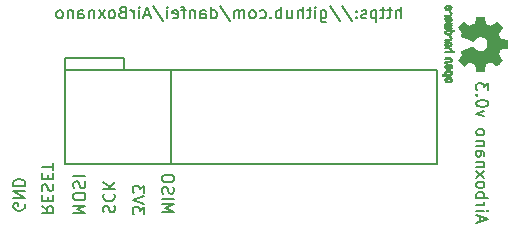
<source format=gbr>
G04 #@! TF.FileFunction,Legend,Bot*
%FSLAX46Y46*%
G04 Gerber Fmt 4.6, Leading zero omitted, Abs format (unit mm)*
G04 Created by KiCad (PCBNEW 4.0.5+dfsg1-4) date Thu Apr  6 17:37:01 2017*
%MOMM*%
%LPD*%
G01*
G04 APERTURE LIST*
%ADD10C,0.100000*%
%ADD11C,0.150000*%
%ADD12C,0.010000*%
G04 APERTURE END LIST*
D10*
D11*
X83647620Y-52152381D02*
X83647620Y-51152381D01*
X83219048Y-52152381D02*
X83219048Y-51628571D01*
X83266667Y-51533333D01*
X83361905Y-51485714D01*
X83504763Y-51485714D01*
X83600001Y-51533333D01*
X83647620Y-51580952D01*
X82885715Y-51485714D02*
X82504763Y-51485714D01*
X82742858Y-51152381D02*
X82742858Y-52009524D01*
X82695239Y-52104762D01*
X82600001Y-52152381D01*
X82504763Y-52152381D01*
X82314286Y-51485714D02*
X81933334Y-51485714D01*
X82171429Y-51152381D02*
X82171429Y-52009524D01*
X82123810Y-52104762D01*
X82028572Y-52152381D01*
X81933334Y-52152381D01*
X81600000Y-51485714D02*
X81600000Y-52485714D01*
X81600000Y-51533333D02*
X81504762Y-51485714D01*
X81314285Y-51485714D01*
X81219047Y-51533333D01*
X81171428Y-51580952D01*
X81123809Y-51676190D01*
X81123809Y-51961905D01*
X81171428Y-52057143D01*
X81219047Y-52104762D01*
X81314285Y-52152381D01*
X81504762Y-52152381D01*
X81600000Y-52104762D01*
X80742857Y-52104762D02*
X80647619Y-52152381D01*
X80457143Y-52152381D01*
X80361904Y-52104762D01*
X80314285Y-52009524D01*
X80314285Y-51961905D01*
X80361904Y-51866667D01*
X80457143Y-51819048D01*
X80600000Y-51819048D01*
X80695238Y-51771429D01*
X80742857Y-51676190D01*
X80742857Y-51628571D01*
X80695238Y-51533333D01*
X80600000Y-51485714D01*
X80457143Y-51485714D01*
X80361904Y-51533333D01*
X79885714Y-52057143D02*
X79838095Y-52104762D01*
X79885714Y-52152381D01*
X79933333Y-52104762D01*
X79885714Y-52057143D01*
X79885714Y-52152381D01*
X79885714Y-51533333D02*
X79838095Y-51580952D01*
X79885714Y-51628571D01*
X79933333Y-51580952D01*
X79885714Y-51533333D01*
X79885714Y-51628571D01*
X78695238Y-51104762D02*
X79552381Y-52390476D01*
X77647619Y-51104762D02*
X78504762Y-52390476D01*
X76885714Y-51485714D02*
X76885714Y-52295238D01*
X76933333Y-52390476D01*
X76980952Y-52438095D01*
X77076191Y-52485714D01*
X77219048Y-52485714D01*
X77314286Y-52438095D01*
X76885714Y-52104762D02*
X76980952Y-52152381D01*
X77171429Y-52152381D01*
X77266667Y-52104762D01*
X77314286Y-52057143D01*
X77361905Y-51961905D01*
X77361905Y-51676190D01*
X77314286Y-51580952D01*
X77266667Y-51533333D01*
X77171429Y-51485714D01*
X76980952Y-51485714D01*
X76885714Y-51533333D01*
X76409524Y-52152381D02*
X76409524Y-51485714D01*
X76409524Y-51152381D02*
X76457143Y-51200000D01*
X76409524Y-51247619D01*
X76361905Y-51200000D01*
X76409524Y-51152381D01*
X76409524Y-51247619D01*
X76076191Y-51485714D02*
X75695239Y-51485714D01*
X75933334Y-51152381D02*
X75933334Y-52009524D01*
X75885715Y-52104762D01*
X75790477Y-52152381D01*
X75695239Y-52152381D01*
X75361905Y-52152381D02*
X75361905Y-51152381D01*
X74933333Y-52152381D02*
X74933333Y-51628571D01*
X74980952Y-51533333D01*
X75076190Y-51485714D01*
X75219048Y-51485714D01*
X75314286Y-51533333D01*
X75361905Y-51580952D01*
X74028571Y-51485714D02*
X74028571Y-52152381D01*
X74457143Y-51485714D02*
X74457143Y-52009524D01*
X74409524Y-52104762D01*
X74314286Y-52152381D01*
X74171428Y-52152381D01*
X74076190Y-52104762D01*
X74028571Y-52057143D01*
X73552381Y-52152381D02*
X73552381Y-51152381D01*
X73552381Y-51533333D02*
X73457143Y-51485714D01*
X73266666Y-51485714D01*
X73171428Y-51533333D01*
X73123809Y-51580952D01*
X73076190Y-51676190D01*
X73076190Y-51961905D01*
X73123809Y-52057143D01*
X73171428Y-52104762D01*
X73266666Y-52152381D01*
X73457143Y-52152381D01*
X73552381Y-52104762D01*
X72647619Y-52057143D02*
X72600000Y-52104762D01*
X72647619Y-52152381D01*
X72695238Y-52104762D01*
X72647619Y-52057143D01*
X72647619Y-52152381D01*
X71742857Y-52104762D02*
X71838095Y-52152381D01*
X72028572Y-52152381D01*
X72123810Y-52104762D01*
X72171429Y-52057143D01*
X72219048Y-51961905D01*
X72219048Y-51676190D01*
X72171429Y-51580952D01*
X72123810Y-51533333D01*
X72028572Y-51485714D01*
X71838095Y-51485714D01*
X71742857Y-51533333D01*
X71171429Y-52152381D02*
X71266667Y-52104762D01*
X71314286Y-52057143D01*
X71361905Y-51961905D01*
X71361905Y-51676190D01*
X71314286Y-51580952D01*
X71266667Y-51533333D01*
X71171429Y-51485714D01*
X71028571Y-51485714D01*
X70933333Y-51533333D01*
X70885714Y-51580952D01*
X70838095Y-51676190D01*
X70838095Y-51961905D01*
X70885714Y-52057143D01*
X70933333Y-52104762D01*
X71028571Y-52152381D01*
X71171429Y-52152381D01*
X70409524Y-52152381D02*
X70409524Y-51485714D01*
X70409524Y-51580952D02*
X70361905Y-51533333D01*
X70266667Y-51485714D01*
X70123809Y-51485714D01*
X70028571Y-51533333D01*
X69980952Y-51628571D01*
X69980952Y-52152381D01*
X69980952Y-51628571D02*
X69933333Y-51533333D01*
X69838095Y-51485714D01*
X69695238Y-51485714D01*
X69600000Y-51533333D01*
X69552381Y-51628571D01*
X69552381Y-52152381D01*
X68361905Y-51104762D02*
X69219048Y-52390476D01*
X67600000Y-52152381D02*
X67600000Y-51152381D01*
X67600000Y-52104762D02*
X67695238Y-52152381D01*
X67885715Y-52152381D01*
X67980953Y-52104762D01*
X68028572Y-52057143D01*
X68076191Y-51961905D01*
X68076191Y-51676190D01*
X68028572Y-51580952D01*
X67980953Y-51533333D01*
X67885715Y-51485714D01*
X67695238Y-51485714D01*
X67600000Y-51533333D01*
X66695238Y-52152381D02*
X66695238Y-51628571D01*
X66742857Y-51533333D01*
X66838095Y-51485714D01*
X67028572Y-51485714D01*
X67123810Y-51533333D01*
X66695238Y-52104762D02*
X66790476Y-52152381D01*
X67028572Y-52152381D01*
X67123810Y-52104762D01*
X67171429Y-52009524D01*
X67171429Y-51914286D01*
X67123810Y-51819048D01*
X67028572Y-51771429D01*
X66790476Y-51771429D01*
X66695238Y-51723810D01*
X66219048Y-51485714D02*
X66219048Y-52152381D01*
X66219048Y-51580952D02*
X66171429Y-51533333D01*
X66076191Y-51485714D01*
X65933333Y-51485714D01*
X65838095Y-51533333D01*
X65790476Y-51628571D01*
X65790476Y-52152381D01*
X65457143Y-51485714D02*
X65076191Y-51485714D01*
X65314286Y-52152381D02*
X65314286Y-51295238D01*
X65266667Y-51200000D01*
X65171429Y-51152381D01*
X65076191Y-51152381D01*
X64361904Y-52104762D02*
X64457142Y-52152381D01*
X64647619Y-52152381D01*
X64742857Y-52104762D01*
X64790476Y-52009524D01*
X64790476Y-51628571D01*
X64742857Y-51533333D01*
X64647619Y-51485714D01*
X64457142Y-51485714D01*
X64361904Y-51533333D01*
X64314285Y-51628571D01*
X64314285Y-51723810D01*
X64790476Y-51819048D01*
X63885714Y-52152381D02*
X63885714Y-51485714D01*
X63885714Y-51152381D02*
X63933333Y-51200000D01*
X63885714Y-51247619D01*
X63838095Y-51200000D01*
X63885714Y-51152381D01*
X63885714Y-51247619D01*
X62695238Y-51104762D02*
X63552381Y-52390476D01*
X62409524Y-51866667D02*
X61933333Y-51866667D01*
X62504762Y-52152381D02*
X62171429Y-51152381D01*
X61838095Y-52152381D01*
X61504762Y-52152381D02*
X61504762Y-51485714D01*
X61504762Y-51152381D02*
X61552381Y-51200000D01*
X61504762Y-51247619D01*
X61457143Y-51200000D01*
X61504762Y-51152381D01*
X61504762Y-51247619D01*
X61028572Y-52152381D02*
X61028572Y-51485714D01*
X61028572Y-51676190D02*
X60980953Y-51580952D01*
X60933334Y-51533333D01*
X60838096Y-51485714D01*
X60742857Y-51485714D01*
X60076190Y-51628571D02*
X59933333Y-51676190D01*
X59885714Y-51723810D01*
X59838095Y-51819048D01*
X59838095Y-51961905D01*
X59885714Y-52057143D01*
X59933333Y-52104762D01*
X60028571Y-52152381D01*
X60409524Y-52152381D01*
X60409524Y-51152381D01*
X60076190Y-51152381D01*
X59980952Y-51200000D01*
X59933333Y-51247619D01*
X59885714Y-51342857D01*
X59885714Y-51438095D01*
X59933333Y-51533333D01*
X59980952Y-51580952D01*
X60076190Y-51628571D01*
X60409524Y-51628571D01*
X59266667Y-52152381D02*
X59361905Y-52104762D01*
X59409524Y-52057143D01*
X59457143Y-51961905D01*
X59457143Y-51676190D01*
X59409524Y-51580952D01*
X59361905Y-51533333D01*
X59266667Y-51485714D01*
X59123809Y-51485714D01*
X59028571Y-51533333D01*
X58980952Y-51580952D01*
X58933333Y-51676190D01*
X58933333Y-51961905D01*
X58980952Y-52057143D01*
X59028571Y-52104762D01*
X59123809Y-52152381D01*
X59266667Y-52152381D01*
X58600000Y-52152381D02*
X58076190Y-51485714D01*
X58600000Y-51485714D02*
X58076190Y-52152381D01*
X57695238Y-51485714D02*
X57695238Y-52152381D01*
X57695238Y-51580952D02*
X57647619Y-51533333D01*
X57552381Y-51485714D01*
X57409523Y-51485714D01*
X57314285Y-51533333D01*
X57266666Y-51628571D01*
X57266666Y-52152381D01*
X56361904Y-52152381D02*
X56361904Y-51628571D01*
X56409523Y-51533333D01*
X56504761Y-51485714D01*
X56695238Y-51485714D01*
X56790476Y-51533333D01*
X56361904Y-52104762D02*
X56457142Y-52152381D01*
X56695238Y-52152381D01*
X56790476Y-52104762D01*
X56838095Y-52009524D01*
X56838095Y-51914286D01*
X56790476Y-51819048D01*
X56695238Y-51771429D01*
X56457142Y-51771429D01*
X56361904Y-51723810D01*
X55885714Y-51485714D02*
X55885714Y-52152381D01*
X55885714Y-51580952D02*
X55838095Y-51533333D01*
X55742857Y-51485714D01*
X55599999Y-51485714D01*
X55504761Y-51533333D01*
X55457142Y-51628571D01*
X55457142Y-52152381D01*
X54838095Y-52152381D02*
X54933333Y-52104762D01*
X54980952Y-52057143D01*
X55028571Y-51961905D01*
X55028571Y-51676190D01*
X54980952Y-51580952D01*
X54933333Y-51533333D01*
X54838095Y-51485714D01*
X54695237Y-51485714D01*
X54599999Y-51533333D01*
X54552380Y-51580952D01*
X54504761Y-51676190D01*
X54504761Y-51961905D01*
X54552380Y-52057143D01*
X54599999Y-52104762D01*
X54695237Y-52152381D01*
X54838095Y-52152381D01*
X90333333Y-69357143D02*
X90333333Y-68880952D01*
X90047619Y-69452381D02*
X91047619Y-69119048D01*
X90047619Y-68785714D01*
X90047619Y-68452381D02*
X90714286Y-68452381D01*
X91047619Y-68452381D02*
X91000000Y-68500000D01*
X90952381Y-68452381D01*
X91000000Y-68404762D01*
X91047619Y-68452381D01*
X90952381Y-68452381D01*
X90047619Y-67976191D02*
X90714286Y-67976191D01*
X90523810Y-67976191D02*
X90619048Y-67928572D01*
X90666667Y-67880953D01*
X90714286Y-67785715D01*
X90714286Y-67690476D01*
X90047619Y-67357143D02*
X91047619Y-67357143D01*
X90666667Y-67357143D02*
X90714286Y-67261905D01*
X90714286Y-67071428D01*
X90666667Y-66976190D01*
X90619048Y-66928571D01*
X90523810Y-66880952D01*
X90238095Y-66880952D01*
X90142857Y-66928571D01*
X90095238Y-66976190D01*
X90047619Y-67071428D01*
X90047619Y-67261905D01*
X90095238Y-67357143D01*
X90047619Y-66309524D02*
X90095238Y-66404762D01*
X90142857Y-66452381D01*
X90238095Y-66500000D01*
X90523810Y-66500000D01*
X90619048Y-66452381D01*
X90666667Y-66404762D01*
X90714286Y-66309524D01*
X90714286Y-66166666D01*
X90666667Y-66071428D01*
X90619048Y-66023809D01*
X90523810Y-65976190D01*
X90238095Y-65976190D01*
X90142857Y-66023809D01*
X90095238Y-66071428D01*
X90047619Y-66166666D01*
X90047619Y-66309524D01*
X90047619Y-65642857D02*
X90714286Y-65119047D01*
X90714286Y-65642857D02*
X90047619Y-65119047D01*
X90714286Y-64738095D02*
X90047619Y-64738095D01*
X90619048Y-64738095D02*
X90666667Y-64690476D01*
X90714286Y-64595238D01*
X90714286Y-64452380D01*
X90666667Y-64357142D01*
X90571429Y-64309523D01*
X90047619Y-64309523D01*
X90047619Y-63404761D02*
X90571429Y-63404761D01*
X90666667Y-63452380D01*
X90714286Y-63547618D01*
X90714286Y-63738095D01*
X90666667Y-63833333D01*
X90095238Y-63404761D02*
X90047619Y-63499999D01*
X90047619Y-63738095D01*
X90095238Y-63833333D01*
X90190476Y-63880952D01*
X90285714Y-63880952D01*
X90380952Y-63833333D01*
X90428571Y-63738095D01*
X90428571Y-63499999D01*
X90476190Y-63404761D01*
X90714286Y-62928571D02*
X90047619Y-62928571D01*
X90619048Y-62928571D02*
X90666667Y-62880952D01*
X90714286Y-62785714D01*
X90714286Y-62642856D01*
X90666667Y-62547618D01*
X90571429Y-62499999D01*
X90047619Y-62499999D01*
X90047619Y-61880952D02*
X90095238Y-61976190D01*
X90142857Y-62023809D01*
X90238095Y-62071428D01*
X90523810Y-62071428D01*
X90619048Y-62023809D01*
X90666667Y-61976190D01*
X90714286Y-61880952D01*
X90714286Y-61738094D01*
X90666667Y-61642856D01*
X90619048Y-61595237D01*
X90523810Y-61547618D01*
X90238095Y-61547618D01*
X90142857Y-61595237D01*
X90095238Y-61642856D01*
X90047619Y-61738094D01*
X90047619Y-61880952D01*
X90714286Y-60452380D02*
X90047619Y-60214285D01*
X90714286Y-59976189D01*
X91047619Y-59404761D02*
X91047619Y-59309522D01*
X91000000Y-59214284D01*
X90952381Y-59166665D01*
X90857143Y-59119046D01*
X90666667Y-59071427D01*
X90428571Y-59071427D01*
X90238095Y-59119046D01*
X90142857Y-59166665D01*
X90095238Y-59214284D01*
X90047619Y-59309522D01*
X90047619Y-59404761D01*
X90095238Y-59499999D01*
X90142857Y-59547618D01*
X90238095Y-59595237D01*
X90428571Y-59642856D01*
X90666667Y-59642856D01*
X90857143Y-59595237D01*
X90952381Y-59547618D01*
X91000000Y-59499999D01*
X91047619Y-59404761D01*
X90142857Y-58642856D02*
X90095238Y-58595237D01*
X90047619Y-58642856D01*
X90095238Y-58690475D01*
X90142857Y-58642856D01*
X90047619Y-58642856D01*
X91047619Y-58261904D02*
X91047619Y-57642856D01*
X90666667Y-57976190D01*
X90666667Y-57833332D01*
X90619048Y-57738094D01*
X90571429Y-57690475D01*
X90476190Y-57642856D01*
X90238095Y-57642856D01*
X90142857Y-57690475D01*
X90095238Y-57738094D01*
X90047619Y-57833332D01*
X90047619Y-58119047D01*
X90095238Y-58214285D01*
X90142857Y-58261904D01*
X63447619Y-68571428D02*
X64447619Y-68571428D01*
X63733333Y-68238094D01*
X64447619Y-67904761D01*
X63447619Y-67904761D01*
X63447619Y-67428571D02*
X64447619Y-67428571D01*
X63495238Y-67000000D02*
X63447619Y-66857143D01*
X63447619Y-66619047D01*
X63495238Y-66523809D01*
X63542857Y-66476190D01*
X63638095Y-66428571D01*
X63733333Y-66428571D01*
X63828571Y-66476190D01*
X63876190Y-66523809D01*
X63923810Y-66619047D01*
X63971429Y-66809524D01*
X64019048Y-66904762D01*
X64066667Y-66952381D01*
X64161905Y-67000000D01*
X64257143Y-67000000D01*
X64352381Y-66952381D01*
X64400000Y-66904762D01*
X64447619Y-66809524D01*
X64447619Y-66571428D01*
X64400000Y-66428571D01*
X64447619Y-65809524D02*
X64447619Y-65619047D01*
X64400000Y-65523809D01*
X64304762Y-65428571D01*
X64114286Y-65380952D01*
X63780952Y-65380952D01*
X63590476Y-65428571D01*
X63495238Y-65523809D01*
X63447619Y-65619047D01*
X63447619Y-65809524D01*
X63495238Y-65904762D01*
X63590476Y-66000000D01*
X63780952Y-66047619D01*
X64114286Y-66047619D01*
X64304762Y-66000000D01*
X64400000Y-65904762D01*
X64447619Y-65809524D01*
X61947619Y-68738095D02*
X61947619Y-68119047D01*
X61566667Y-68452381D01*
X61566667Y-68309523D01*
X61519048Y-68214285D01*
X61471429Y-68166666D01*
X61376190Y-68119047D01*
X61138095Y-68119047D01*
X61042857Y-68166666D01*
X60995238Y-68214285D01*
X60947619Y-68309523D01*
X60947619Y-68595238D01*
X60995238Y-68690476D01*
X61042857Y-68738095D01*
X61947619Y-67833333D02*
X60947619Y-67500000D01*
X61947619Y-67166666D01*
X61947619Y-66928571D02*
X61947619Y-66309523D01*
X61566667Y-66642857D01*
X61566667Y-66499999D01*
X61519048Y-66404761D01*
X61471429Y-66357142D01*
X61376190Y-66309523D01*
X61138095Y-66309523D01*
X61042857Y-66357142D01*
X60995238Y-66404761D01*
X60947619Y-66499999D01*
X60947619Y-66785714D01*
X60995238Y-66880952D01*
X61042857Y-66928571D01*
X58495238Y-68585714D02*
X58447619Y-68442857D01*
X58447619Y-68204761D01*
X58495238Y-68109523D01*
X58542857Y-68061904D01*
X58638095Y-68014285D01*
X58733333Y-68014285D01*
X58828571Y-68061904D01*
X58876190Y-68109523D01*
X58923810Y-68204761D01*
X58971429Y-68395238D01*
X59019048Y-68490476D01*
X59066667Y-68538095D01*
X59161905Y-68585714D01*
X59257143Y-68585714D01*
X59352381Y-68538095D01*
X59400000Y-68490476D01*
X59447619Y-68395238D01*
X59447619Y-68157142D01*
X59400000Y-68014285D01*
X58542857Y-67014285D02*
X58495238Y-67061904D01*
X58447619Y-67204761D01*
X58447619Y-67299999D01*
X58495238Y-67442857D01*
X58590476Y-67538095D01*
X58685714Y-67585714D01*
X58876190Y-67633333D01*
X59019048Y-67633333D01*
X59209524Y-67585714D01*
X59304762Y-67538095D01*
X59400000Y-67442857D01*
X59447619Y-67299999D01*
X59447619Y-67204761D01*
X59400000Y-67061904D01*
X59352381Y-67014285D01*
X58447619Y-66585714D02*
X59447619Y-66585714D01*
X58447619Y-66014285D02*
X59019048Y-66442857D01*
X59447619Y-66014285D02*
X58876190Y-66585714D01*
X55947619Y-68671428D02*
X56947619Y-68671428D01*
X56233333Y-68338094D01*
X56947619Y-68004761D01*
X55947619Y-68004761D01*
X56947619Y-67338095D02*
X56947619Y-67147618D01*
X56900000Y-67052380D01*
X56804762Y-66957142D01*
X56614286Y-66909523D01*
X56280952Y-66909523D01*
X56090476Y-66957142D01*
X55995238Y-67052380D01*
X55947619Y-67147618D01*
X55947619Y-67338095D01*
X55995238Y-67433333D01*
X56090476Y-67528571D01*
X56280952Y-67576190D01*
X56614286Y-67576190D01*
X56804762Y-67528571D01*
X56900000Y-67433333D01*
X56947619Y-67338095D01*
X55995238Y-66528571D02*
X55947619Y-66385714D01*
X55947619Y-66147618D01*
X55995238Y-66052380D01*
X56042857Y-66004761D01*
X56138095Y-65957142D01*
X56233333Y-65957142D01*
X56328571Y-66004761D01*
X56376190Y-66052380D01*
X56423810Y-66147618D01*
X56471429Y-66338095D01*
X56519048Y-66433333D01*
X56566667Y-66480952D01*
X56661905Y-66528571D01*
X56757143Y-66528571D01*
X56852381Y-66480952D01*
X56900000Y-66433333D01*
X56947619Y-66338095D01*
X56947619Y-66099999D01*
X56900000Y-65957142D01*
X55947619Y-65528571D02*
X56947619Y-65528571D01*
X53247619Y-68052381D02*
X53723810Y-68385715D01*
X53247619Y-68623810D02*
X54247619Y-68623810D01*
X54247619Y-68242857D01*
X54200000Y-68147619D01*
X54152381Y-68100000D01*
X54057143Y-68052381D01*
X53914286Y-68052381D01*
X53819048Y-68100000D01*
X53771429Y-68147619D01*
X53723810Y-68242857D01*
X53723810Y-68623810D01*
X53771429Y-67623810D02*
X53771429Y-67290476D01*
X53247619Y-67147619D02*
X53247619Y-67623810D01*
X54247619Y-67623810D01*
X54247619Y-67147619D01*
X53295238Y-66766667D02*
X53247619Y-66623810D01*
X53247619Y-66385714D01*
X53295238Y-66290476D01*
X53342857Y-66242857D01*
X53438095Y-66195238D01*
X53533333Y-66195238D01*
X53628571Y-66242857D01*
X53676190Y-66290476D01*
X53723810Y-66385714D01*
X53771429Y-66576191D01*
X53819048Y-66671429D01*
X53866667Y-66719048D01*
X53961905Y-66766667D01*
X54057143Y-66766667D01*
X54152381Y-66719048D01*
X54200000Y-66671429D01*
X54247619Y-66576191D01*
X54247619Y-66338095D01*
X54200000Y-66195238D01*
X53771429Y-65766667D02*
X53771429Y-65433333D01*
X53247619Y-65290476D02*
X53247619Y-65766667D01*
X54247619Y-65766667D01*
X54247619Y-65290476D01*
X54247619Y-65004762D02*
X54247619Y-64433333D01*
X53247619Y-64719048D02*
X54247619Y-64719048D01*
X51800000Y-67861904D02*
X51847619Y-67957142D01*
X51847619Y-68099999D01*
X51800000Y-68242857D01*
X51704762Y-68338095D01*
X51609524Y-68385714D01*
X51419048Y-68433333D01*
X51276190Y-68433333D01*
X51085714Y-68385714D01*
X50990476Y-68338095D01*
X50895238Y-68242857D01*
X50847619Y-68099999D01*
X50847619Y-68004761D01*
X50895238Y-67861904D01*
X50942857Y-67814285D01*
X51276190Y-67814285D01*
X51276190Y-68004761D01*
X50847619Y-67385714D02*
X51847619Y-67385714D01*
X50847619Y-66814285D01*
X51847619Y-66814285D01*
X50847619Y-66338095D02*
X51847619Y-66338095D01*
X51847619Y-66100000D01*
X51800000Y-65957142D01*
X51704762Y-65861904D01*
X51609524Y-65814285D01*
X51419048Y-65766666D01*
X51276190Y-65766666D01*
X51085714Y-65814285D01*
X50990476Y-65861904D01*
X50895238Y-65957142D01*
X50847619Y-66100000D01*
X50847619Y-66338095D01*
X64200000Y-60500000D02*
X64200000Y-64500000D01*
X64200000Y-60500000D02*
X64200000Y-56500000D01*
X55200000Y-56500000D02*
X55200000Y-55500000D01*
X55200000Y-55500000D02*
X60200000Y-55500000D01*
X60200000Y-55500000D02*
X60200000Y-56500000D01*
X55200000Y-60500000D02*
X55200000Y-56500000D01*
X55200000Y-56500000D02*
X86700000Y-56500000D01*
X86700000Y-56500000D02*
X86700000Y-64500000D01*
X86700000Y-64500000D02*
X55200000Y-64500000D01*
X55200000Y-64500000D02*
X55200000Y-60500000D01*
D12*
G36*
X87980082Y-56700256D02*
X87952432Y-56644799D01*
X87901520Y-56595852D01*
X87882662Y-56582371D01*
X87857985Y-56567686D01*
X87831184Y-56558158D01*
X87795413Y-56552707D01*
X87743831Y-56550253D01*
X87675733Y-56549714D01*
X87582412Y-56552148D01*
X87512343Y-56560606D01*
X87460069Y-56576826D01*
X87420131Y-56602546D01*
X87387071Y-56639503D01*
X87385114Y-56642218D01*
X87365092Y-56678640D01*
X87355185Y-56722498D01*
X87352743Y-56778276D01*
X87352743Y-56868952D01*
X87264717Y-56868990D01*
X87215692Y-56869834D01*
X87186935Y-56874976D01*
X87169689Y-56888413D01*
X87155192Y-56914142D01*
X87152231Y-56920321D01*
X87138352Y-56949236D01*
X87129586Y-56971624D01*
X87128829Y-56988271D01*
X87138977Y-56999964D01*
X87162927Y-57007490D01*
X87203574Y-57011634D01*
X87263814Y-57013185D01*
X87346545Y-57012929D01*
X87454661Y-57011651D01*
X87487000Y-57011252D01*
X87598476Y-57009815D01*
X87671397Y-57008528D01*
X87671397Y-56869029D01*
X87609501Y-56868245D01*
X87569003Y-56864760D01*
X87542292Y-56856876D01*
X87521756Y-56842895D01*
X87511740Y-56833403D01*
X87482433Y-56794596D01*
X87480048Y-56760237D01*
X87504250Y-56724784D01*
X87505143Y-56723886D01*
X87523847Y-56709461D01*
X87549268Y-56700687D01*
X87588416Y-56696261D01*
X87648303Y-56694882D01*
X87661570Y-56694857D01*
X87744099Y-56698188D01*
X87801309Y-56709031D01*
X87836234Y-56728660D01*
X87851906Y-56758350D01*
X87853486Y-56775509D01*
X87846074Y-56816234D01*
X87821670Y-56844168D01*
X87777020Y-56860983D01*
X87708870Y-56868350D01*
X87671397Y-56869029D01*
X87671397Y-57008528D01*
X87684755Y-57008292D01*
X87749667Y-57006323D01*
X87797042Y-57003550D01*
X87830710Y-56999612D01*
X87854502Y-56994151D01*
X87872247Y-56986808D01*
X87887776Y-56977223D01*
X87893619Y-56973113D01*
X87948815Y-56918595D01*
X87980110Y-56849664D01*
X87988835Y-56769928D01*
X87980082Y-56700256D01*
X87980082Y-56700256D01*
G37*
X87980082Y-56700256D02*
X87952432Y-56644799D01*
X87901520Y-56595852D01*
X87882662Y-56582371D01*
X87857985Y-56567686D01*
X87831184Y-56558158D01*
X87795413Y-56552707D01*
X87743831Y-56550253D01*
X87675733Y-56549714D01*
X87582412Y-56552148D01*
X87512343Y-56560606D01*
X87460069Y-56576826D01*
X87420131Y-56602546D01*
X87387071Y-56639503D01*
X87385114Y-56642218D01*
X87365092Y-56678640D01*
X87355185Y-56722498D01*
X87352743Y-56778276D01*
X87352743Y-56868952D01*
X87264717Y-56868990D01*
X87215692Y-56869834D01*
X87186935Y-56874976D01*
X87169689Y-56888413D01*
X87155192Y-56914142D01*
X87152231Y-56920321D01*
X87138352Y-56949236D01*
X87129586Y-56971624D01*
X87128829Y-56988271D01*
X87138977Y-56999964D01*
X87162927Y-57007490D01*
X87203574Y-57011634D01*
X87263814Y-57013185D01*
X87346545Y-57012929D01*
X87454661Y-57011651D01*
X87487000Y-57011252D01*
X87598476Y-57009815D01*
X87671397Y-57008528D01*
X87671397Y-56869029D01*
X87609501Y-56868245D01*
X87569003Y-56864760D01*
X87542292Y-56856876D01*
X87521756Y-56842895D01*
X87511740Y-56833403D01*
X87482433Y-56794596D01*
X87480048Y-56760237D01*
X87504250Y-56724784D01*
X87505143Y-56723886D01*
X87523847Y-56709461D01*
X87549268Y-56700687D01*
X87588416Y-56696261D01*
X87648303Y-56694882D01*
X87661570Y-56694857D01*
X87744099Y-56698188D01*
X87801309Y-56709031D01*
X87836234Y-56728660D01*
X87851906Y-56758350D01*
X87853486Y-56775509D01*
X87846074Y-56816234D01*
X87821670Y-56844168D01*
X87777020Y-56860983D01*
X87708870Y-56868350D01*
X87671397Y-56869029D01*
X87671397Y-57008528D01*
X87684755Y-57008292D01*
X87749667Y-57006323D01*
X87797042Y-57003550D01*
X87830710Y-56999612D01*
X87854502Y-56994151D01*
X87872247Y-56986808D01*
X87887776Y-56977223D01*
X87893619Y-56973113D01*
X87948815Y-56918595D01*
X87980110Y-56849664D01*
X87988835Y-56769928D01*
X87980082Y-56700256D01*
G36*
X87972220Y-55583907D02*
X87945277Y-55537328D01*
X87918534Y-55504943D01*
X87890516Y-55481258D01*
X87856252Y-55464941D01*
X87810773Y-55454661D01*
X87749108Y-55449086D01*
X87666289Y-55446884D01*
X87606754Y-55446629D01*
X87387609Y-55446629D01*
X87359956Y-55508314D01*
X87332303Y-55570000D01*
X87572330Y-55577257D01*
X87661972Y-55580256D01*
X87727038Y-55583402D01*
X87771974Y-55587299D01*
X87801230Y-55592553D01*
X87819252Y-55599769D01*
X87830489Y-55609550D01*
X87832921Y-55612688D01*
X87851917Y-55660239D01*
X87844400Y-55708303D01*
X87824457Y-55736914D01*
X87810325Y-55748553D01*
X87791780Y-55756609D01*
X87763666Y-55761729D01*
X87720827Y-55764559D01*
X87658105Y-55765744D01*
X87592739Y-55765943D01*
X87510732Y-55765982D01*
X87452684Y-55767386D01*
X87413535Y-55772086D01*
X87388220Y-55782013D01*
X87371677Y-55799097D01*
X87358844Y-55825268D01*
X87345509Y-55860225D01*
X87330993Y-55898404D01*
X87588611Y-55893859D01*
X87681481Y-55892029D01*
X87750111Y-55889888D01*
X87799289Y-55886819D01*
X87833802Y-55882206D01*
X87858438Y-55875432D01*
X87877984Y-55865881D01*
X87895230Y-55854366D01*
X87950320Y-55798810D01*
X87982178Y-55731020D01*
X87989809Y-55657287D01*
X87972220Y-55583907D01*
X87972220Y-55583907D01*
G37*
X87972220Y-55583907D02*
X87945277Y-55537328D01*
X87918534Y-55504943D01*
X87890516Y-55481258D01*
X87856252Y-55464941D01*
X87810773Y-55454661D01*
X87749108Y-55449086D01*
X87666289Y-55446884D01*
X87606754Y-55446629D01*
X87387609Y-55446629D01*
X87359956Y-55508314D01*
X87332303Y-55570000D01*
X87572330Y-55577257D01*
X87661972Y-55580256D01*
X87727038Y-55583402D01*
X87771974Y-55587299D01*
X87801230Y-55592553D01*
X87819252Y-55599769D01*
X87830489Y-55609550D01*
X87832921Y-55612688D01*
X87851917Y-55660239D01*
X87844400Y-55708303D01*
X87824457Y-55736914D01*
X87810325Y-55748553D01*
X87791780Y-55756609D01*
X87763666Y-55761729D01*
X87720827Y-55764559D01*
X87658105Y-55765744D01*
X87592739Y-55765943D01*
X87510732Y-55765982D01*
X87452684Y-55767386D01*
X87413535Y-55772086D01*
X87388220Y-55782013D01*
X87371677Y-55799097D01*
X87358844Y-55825268D01*
X87345509Y-55860225D01*
X87330993Y-55898404D01*
X87588611Y-55893859D01*
X87681481Y-55892029D01*
X87750111Y-55889888D01*
X87799289Y-55886819D01*
X87833802Y-55882206D01*
X87858438Y-55875432D01*
X87877984Y-55865881D01*
X87895230Y-55854366D01*
X87950320Y-55798810D01*
X87982178Y-55731020D01*
X87989809Y-55657287D01*
X87972220Y-55583907D01*
G36*
X87978038Y-57258885D02*
X87942267Y-57190855D01*
X87884699Y-57140649D01*
X87847688Y-57122815D01*
X87792118Y-57108937D01*
X87721904Y-57101833D01*
X87645273Y-57101160D01*
X87570448Y-57106573D01*
X87505658Y-57117730D01*
X87459127Y-57134286D01*
X87451113Y-57139374D01*
X87391293Y-57199645D01*
X87355465Y-57271231D01*
X87344980Y-57348908D01*
X87361190Y-57427452D01*
X87370908Y-57449311D01*
X87400857Y-57491878D01*
X87440567Y-57529237D01*
X87445603Y-57532768D01*
X87469876Y-57547119D01*
X87495822Y-57556606D01*
X87529978Y-57562210D01*
X87578881Y-57564914D01*
X87649065Y-57565701D01*
X87664800Y-57565714D01*
X87669808Y-57565678D01*
X87669808Y-57420571D01*
X87603570Y-57419727D01*
X87559614Y-57416404D01*
X87531221Y-57409417D01*
X87511675Y-57397584D01*
X87505143Y-57391543D01*
X87480320Y-57356814D01*
X87481452Y-57323097D01*
X87502984Y-57289005D01*
X87525971Y-57268671D01*
X87559522Y-57256629D01*
X87612431Y-57249866D01*
X87618601Y-57249402D01*
X87714487Y-57248248D01*
X87785701Y-57260312D01*
X87831806Y-57285430D01*
X87852365Y-57323440D01*
X87853486Y-57337008D01*
X87847848Y-57372636D01*
X87828314Y-57397006D01*
X87790958Y-57411907D01*
X87731850Y-57419125D01*
X87669808Y-57420571D01*
X87669808Y-57565678D01*
X87739587Y-57565174D01*
X87791841Y-57562904D01*
X87828051Y-57557932D01*
X87854701Y-57549287D01*
X87878278Y-57535995D01*
X87882662Y-57533057D01*
X87941751Y-57483687D01*
X87976053Y-57429891D01*
X87989669Y-57364398D01*
X87990335Y-57342158D01*
X87978038Y-57258885D01*
X87978038Y-57258885D01*
G37*
X87978038Y-57258885D02*
X87942267Y-57190855D01*
X87884699Y-57140649D01*
X87847688Y-57122815D01*
X87792118Y-57108937D01*
X87721904Y-57101833D01*
X87645273Y-57101160D01*
X87570448Y-57106573D01*
X87505658Y-57117730D01*
X87459127Y-57134286D01*
X87451113Y-57139374D01*
X87391293Y-57199645D01*
X87355465Y-57271231D01*
X87344980Y-57348908D01*
X87361190Y-57427452D01*
X87370908Y-57449311D01*
X87400857Y-57491878D01*
X87440567Y-57529237D01*
X87445603Y-57532768D01*
X87469876Y-57547119D01*
X87495822Y-57556606D01*
X87529978Y-57562210D01*
X87578881Y-57564914D01*
X87649065Y-57565701D01*
X87664800Y-57565714D01*
X87669808Y-57565678D01*
X87669808Y-57420571D01*
X87603570Y-57419727D01*
X87559614Y-57416404D01*
X87531221Y-57409417D01*
X87511675Y-57397584D01*
X87505143Y-57391543D01*
X87480320Y-57356814D01*
X87481452Y-57323097D01*
X87502984Y-57289005D01*
X87525971Y-57268671D01*
X87559522Y-57256629D01*
X87612431Y-57249866D01*
X87618601Y-57249402D01*
X87714487Y-57248248D01*
X87785701Y-57260312D01*
X87831806Y-57285430D01*
X87852365Y-57323440D01*
X87853486Y-57337008D01*
X87847848Y-57372636D01*
X87828314Y-57397006D01*
X87790958Y-57411907D01*
X87731850Y-57419125D01*
X87669808Y-57420571D01*
X87669808Y-57565678D01*
X87739587Y-57565174D01*
X87791841Y-57562904D01*
X87828051Y-57557932D01*
X87854701Y-57549287D01*
X87878278Y-57535995D01*
X87882662Y-57533057D01*
X87941751Y-57483687D01*
X87976053Y-57429891D01*
X87989669Y-57364398D01*
X87990335Y-57342158D01*
X87978038Y-57258885D01*
G36*
X87968761Y-56131697D02*
X87930265Y-56074473D01*
X87874665Y-56030251D01*
X87803914Y-56003833D01*
X87751838Y-55998490D01*
X87730107Y-55999097D01*
X87713469Y-56004178D01*
X87698563Y-56018145D01*
X87682027Y-56045411D01*
X87660502Y-56090388D01*
X87630626Y-56157489D01*
X87630476Y-56157829D01*
X87602187Y-56219593D01*
X87577067Y-56270241D01*
X87557821Y-56304596D01*
X87547152Y-56317482D01*
X87547066Y-56317486D01*
X87523834Y-56306128D01*
X87498226Y-56279569D01*
X87479779Y-56249077D01*
X87476114Y-56233630D01*
X87488788Y-56191485D01*
X87520529Y-56155192D01*
X87555428Y-56137483D01*
X87581155Y-56120448D01*
X87610454Y-56087078D01*
X87635765Y-56047851D01*
X87649529Y-56013244D01*
X87650286Y-56006007D01*
X87637840Y-55997861D01*
X87606028Y-55997370D01*
X87563134Y-56003357D01*
X87517442Y-56014643D01*
X87477239Y-56030050D01*
X87475678Y-56030829D01*
X87410938Y-56077196D01*
X87366903Y-56137289D01*
X87345289Y-56205535D01*
X87347815Y-56276362D01*
X87376196Y-56344196D01*
X87378192Y-56347212D01*
X87426552Y-56400573D01*
X87489648Y-56435660D01*
X87572613Y-56455078D01*
X87595922Y-56457684D01*
X87705945Y-56462299D01*
X87757252Y-56456767D01*
X87757252Y-56317486D01*
X87725247Y-56315676D01*
X87715907Y-56305778D01*
X87722895Y-56281102D01*
X87739413Y-56242205D01*
X87760119Y-56198725D01*
X87760667Y-56197644D01*
X87780051Y-56160791D01*
X87792987Y-56146000D01*
X87806549Y-56149647D01*
X87824368Y-56165005D01*
X87850155Y-56204077D01*
X87852050Y-56246154D01*
X87833283Y-56283897D01*
X87797085Y-56309966D01*
X87757252Y-56317486D01*
X87757252Y-56456767D01*
X87793973Y-56452806D01*
X87863788Y-56428450D01*
X87912698Y-56394544D01*
X87962122Y-56333347D01*
X87986641Y-56265937D01*
X87988203Y-56197120D01*
X87968761Y-56131697D01*
X87968761Y-56131697D01*
G37*
X87968761Y-56131697D02*
X87930265Y-56074473D01*
X87874665Y-56030251D01*
X87803914Y-56003833D01*
X87751838Y-55998490D01*
X87730107Y-55999097D01*
X87713469Y-56004178D01*
X87698563Y-56018145D01*
X87682027Y-56045411D01*
X87660502Y-56090388D01*
X87630626Y-56157489D01*
X87630476Y-56157829D01*
X87602187Y-56219593D01*
X87577067Y-56270241D01*
X87557821Y-56304596D01*
X87547152Y-56317482D01*
X87547066Y-56317486D01*
X87523834Y-56306128D01*
X87498226Y-56279569D01*
X87479779Y-56249077D01*
X87476114Y-56233630D01*
X87488788Y-56191485D01*
X87520529Y-56155192D01*
X87555428Y-56137483D01*
X87581155Y-56120448D01*
X87610454Y-56087078D01*
X87635765Y-56047851D01*
X87649529Y-56013244D01*
X87650286Y-56006007D01*
X87637840Y-55997861D01*
X87606028Y-55997370D01*
X87563134Y-56003357D01*
X87517442Y-56014643D01*
X87477239Y-56030050D01*
X87475678Y-56030829D01*
X87410938Y-56077196D01*
X87366903Y-56137289D01*
X87345289Y-56205535D01*
X87347815Y-56276362D01*
X87376196Y-56344196D01*
X87378192Y-56347212D01*
X87426552Y-56400573D01*
X87489648Y-56435660D01*
X87572613Y-56455078D01*
X87595922Y-56457684D01*
X87705945Y-56462299D01*
X87757252Y-56456767D01*
X87757252Y-56317486D01*
X87725247Y-56315676D01*
X87715907Y-56305778D01*
X87722895Y-56281102D01*
X87739413Y-56242205D01*
X87760119Y-56198725D01*
X87760667Y-56197644D01*
X87780051Y-56160791D01*
X87792987Y-56146000D01*
X87806549Y-56149647D01*
X87824368Y-56165005D01*
X87850155Y-56204077D01*
X87852050Y-56246154D01*
X87833283Y-56283897D01*
X87797085Y-56309966D01*
X87757252Y-56317486D01*
X87757252Y-56456767D01*
X87793973Y-56452806D01*
X87863788Y-56428450D01*
X87912698Y-56394544D01*
X87962122Y-56333347D01*
X87986641Y-56265937D01*
X87988203Y-56197120D01*
X87968761Y-56131697D01*
G36*
X88048711Y-54924114D02*
X87989387Y-54919861D01*
X87954428Y-54914975D01*
X87939180Y-54908205D01*
X87938985Y-54898298D01*
X87940805Y-54895086D01*
X87953985Y-54852356D01*
X87953215Y-54796773D01*
X87939667Y-54740263D01*
X87922139Y-54704918D01*
X87894139Y-54668679D01*
X87862451Y-54642187D01*
X87822187Y-54624001D01*
X87768457Y-54612678D01*
X87696374Y-54606778D01*
X87601049Y-54604857D01*
X87582763Y-54604823D01*
X87377354Y-54604800D01*
X87361420Y-54650509D01*
X87350580Y-54682973D01*
X87345532Y-54700785D01*
X87345486Y-54701309D01*
X87359172Y-54703063D01*
X87396924Y-54704556D01*
X87453776Y-54705674D01*
X87524766Y-54706303D01*
X87567927Y-54706400D01*
X87653027Y-54706602D01*
X87714019Y-54707642D01*
X87755823Y-54710169D01*
X87783358Y-54714836D01*
X87801544Y-54722293D01*
X87815302Y-54733189D01*
X87821927Y-54739993D01*
X87848625Y-54786728D01*
X87850625Y-54837728D01*
X87828045Y-54883999D01*
X87819893Y-54892556D01*
X87804564Y-54905107D01*
X87786382Y-54913812D01*
X87760091Y-54919369D01*
X87720438Y-54922474D01*
X87662168Y-54923824D01*
X87581827Y-54924114D01*
X87377354Y-54924114D01*
X87361420Y-54969823D01*
X87350580Y-55002287D01*
X87345532Y-55020099D01*
X87345486Y-55020623D01*
X87359377Y-55021963D01*
X87398561Y-55023172D01*
X87459300Y-55024199D01*
X87537859Y-55024998D01*
X87630502Y-55025519D01*
X87733491Y-55025714D01*
X88130658Y-55025714D01*
X88150556Y-54978543D01*
X88170453Y-54931371D01*
X88048711Y-54924114D01*
X88048711Y-54924114D01*
G37*
X88048711Y-54924114D02*
X87989387Y-54919861D01*
X87954428Y-54914975D01*
X87939180Y-54908205D01*
X87938985Y-54898298D01*
X87940805Y-54895086D01*
X87953985Y-54852356D01*
X87953215Y-54796773D01*
X87939667Y-54740263D01*
X87922139Y-54704918D01*
X87894139Y-54668679D01*
X87862451Y-54642187D01*
X87822187Y-54624001D01*
X87768457Y-54612678D01*
X87696374Y-54606778D01*
X87601049Y-54604857D01*
X87582763Y-54604823D01*
X87377354Y-54604800D01*
X87361420Y-54650509D01*
X87350580Y-54682973D01*
X87345532Y-54700785D01*
X87345486Y-54701309D01*
X87359172Y-54703063D01*
X87396924Y-54704556D01*
X87453776Y-54705674D01*
X87524766Y-54706303D01*
X87567927Y-54706400D01*
X87653027Y-54706602D01*
X87714019Y-54707642D01*
X87755823Y-54710169D01*
X87783358Y-54714836D01*
X87801544Y-54722293D01*
X87815302Y-54733189D01*
X87821927Y-54739993D01*
X87848625Y-54786728D01*
X87850625Y-54837728D01*
X87828045Y-54883999D01*
X87819893Y-54892556D01*
X87804564Y-54905107D01*
X87786382Y-54913812D01*
X87760091Y-54919369D01*
X87720438Y-54922474D01*
X87662168Y-54923824D01*
X87581827Y-54924114D01*
X87377354Y-54924114D01*
X87361420Y-54969823D01*
X87350580Y-55002287D01*
X87345532Y-55020099D01*
X87345486Y-55020623D01*
X87359377Y-55021963D01*
X87398561Y-55023172D01*
X87459300Y-55024199D01*
X87537859Y-55024998D01*
X87630502Y-55025519D01*
X87733491Y-55025714D01*
X88130658Y-55025714D01*
X88150556Y-54978543D01*
X88170453Y-54931371D01*
X88048711Y-54924114D01*
G36*
X87949032Y-54260256D02*
X87927913Y-54203384D01*
X87927507Y-54202733D01*
X87901620Y-54167560D01*
X87871367Y-54141593D01*
X87831942Y-54123330D01*
X87778538Y-54111268D01*
X87706349Y-54103904D01*
X87610568Y-54099736D01*
X87596922Y-54099371D01*
X87391158Y-54094124D01*
X87368322Y-54138284D01*
X87352890Y-54170237D01*
X87345577Y-54189530D01*
X87345486Y-54190422D01*
X87358978Y-54193761D01*
X87395374Y-54196413D01*
X87448548Y-54198044D01*
X87491607Y-54198400D01*
X87561359Y-54198408D01*
X87605163Y-54201597D01*
X87626056Y-54212712D01*
X87627075Y-54236499D01*
X87611259Y-54277704D01*
X87582185Y-54339914D01*
X87558037Y-54385659D01*
X87537087Y-54409187D01*
X87514253Y-54416104D01*
X87513123Y-54416114D01*
X87473788Y-54404701D01*
X87452538Y-54370908D01*
X87449461Y-54319191D01*
X87449994Y-54281939D01*
X87439265Y-54262297D01*
X87413495Y-54250048D01*
X87380663Y-54242998D01*
X87362034Y-54253158D01*
X87359368Y-54256983D01*
X87348660Y-54292999D01*
X87347144Y-54343434D01*
X87354241Y-54395374D01*
X87367212Y-54432178D01*
X87410415Y-54483062D01*
X87470554Y-54511986D01*
X87517538Y-54517714D01*
X87559918Y-54513343D01*
X87594512Y-54497525D01*
X87625237Y-54466203D01*
X87656010Y-54415322D01*
X87690748Y-54340824D01*
X87692712Y-54336286D01*
X87723713Y-54269179D01*
X87749138Y-54227768D01*
X87771986Y-54210019D01*
X87795255Y-54213893D01*
X87821944Y-54237357D01*
X87828086Y-54244373D01*
X87851900Y-54291370D01*
X87850897Y-54340067D01*
X87827549Y-54382478D01*
X87784325Y-54410616D01*
X87775840Y-54413231D01*
X87734692Y-54438692D01*
X87714872Y-54470999D01*
X87695230Y-54517714D01*
X87746050Y-54517714D01*
X87819918Y-54503504D01*
X87887673Y-54461325D01*
X87910339Y-54439376D01*
X87939431Y-54389483D01*
X87952600Y-54326033D01*
X87949032Y-54260256D01*
X87949032Y-54260256D01*
G37*
X87949032Y-54260256D02*
X87927913Y-54203384D01*
X87927507Y-54202733D01*
X87901620Y-54167560D01*
X87871367Y-54141593D01*
X87831942Y-54123330D01*
X87778538Y-54111268D01*
X87706349Y-54103904D01*
X87610568Y-54099736D01*
X87596922Y-54099371D01*
X87391158Y-54094124D01*
X87368322Y-54138284D01*
X87352890Y-54170237D01*
X87345577Y-54189530D01*
X87345486Y-54190422D01*
X87358978Y-54193761D01*
X87395374Y-54196413D01*
X87448548Y-54198044D01*
X87491607Y-54198400D01*
X87561359Y-54198408D01*
X87605163Y-54201597D01*
X87626056Y-54212712D01*
X87627075Y-54236499D01*
X87611259Y-54277704D01*
X87582185Y-54339914D01*
X87558037Y-54385659D01*
X87537087Y-54409187D01*
X87514253Y-54416104D01*
X87513123Y-54416114D01*
X87473788Y-54404701D01*
X87452538Y-54370908D01*
X87449461Y-54319191D01*
X87449994Y-54281939D01*
X87439265Y-54262297D01*
X87413495Y-54250048D01*
X87380663Y-54242998D01*
X87362034Y-54253158D01*
X87359368Y-54256983D01*
X87348660Y-54292999D01*
X87347144Y-54343434D01*
X87354241Y-54395374D01*
X87367212Y-54432178D01*
X87410415Y-54483062D01*
X87470554Y-54511986D01*
X87517538Y-54517714D01*
X87559918Y-54513343D01*
X87594512Y-54497525D01*
X87625237Y-54466203D01*
X87656010Y-54415322D01*
X87690748Y-54340824D01*
X87692712Y-54336286D01*
X87723713Y-54269179D01*
X87749138Y-54227768D01*
X87771986Y-54210019D01*
X87795255Y-54213893D01*
X87821944Y-54237357D01*
X87828086Y-54244373D01*
X87851900Y-54291370D01*
X87850897Y-54340067D01*
X87827549Y-54382478D01*
X87784325Y-54410616D01*
X87775840Y-54413231D01*
X87734692Y-54438692D01*
X87714872Y-54470999D01*
X87695230Y-54517714D01*
X87746050Y-54517714D01*
X87819918Y-54503504D01*
X87887673Y-54461325D01*
X87910339Y-54439376D01*
X87939431Y-54389483D01*
X87952600Y-54326033D01*
X87949032Y-54260256D01*
G36*
X87950245Y-53770074D02*
X87925916Y-53704142D01*
X87882883Y-53650727D01*
X87852591Y-53629836D01*
X87797006Y-53607061D01*
X87756814Y-53607534D01*
X87729783Y-53631438D01*
X87725187Y-53640283D01*
X87710856Y-53678470D01*
X87714528Y-53697972D01*
X87738593Y-53704578D01*
X87751886Y-53704914D01*
X87800790Y-53717008D01*
X87835001Y-53748529D01*
X87851524Y-53792341D01*
X87847366Y-53841305D01*
X87825773Y-53881106D01*
X87813456Y-53894550D01*
X87798513Y-53904079D01*
X87775925Y-53910515D01*
X87740672Y-53914683D01*
X87687734Y-53917403D01*
X87612093Y-53919498D01*
X87588143Y-53920040D01*
X87506210Y-53922019D01*
X87448545Y-53924269D01*
X87410392Y-53927643D01*
X87386996Y-53932994D01*
X87373602Y-53941176D01*
X87365455Y-53953041D01*
X87361856Y-53960638D01*
X87349548Y-53992898D01*
X87345486Y-54011889D01*
X87359052Y-54018164D01*
X87400066Y-54021994D01*
X87469001Y-54023400D01*
X87566331Y-54022402D01*
X87581343Y-54022092D01*
X87670141Y-54019899D01*
X87734981Y-54017307D01*
X87780933Y-54013618D01*
X87813065Y-54008136D01*
X87836447Y-54000165D01*
X87856148Y-53989007D01*
X87864590Y-53983170D01*
X87901943Y-53949704D01*
X87930997Y-53912273D01*
X87933533Y-53907691D01*
X87953557Y-53840574D01*
X87950245Y-53770074D01*
X87950245Y-53770074D01*
G37*
X87950245Y-53770074D02*
X87925916Y-53704142D01*
X87882883Y-53650727D01*
X87852591Y-53629836D01*
X87797006Y-53607061D01*
X87756814Y-53607534D01*
X87729783Y-53631438D01*
X87725187Y-53640283D01*
X87710856Y-53678470D01*
X87714528Y-53697972D01*
X87738593Y-53704578D01*
X87751886Y-53704914D01*
X87800790Y-53717008D01*
X87835001Y-53748529D01*
X87851524Y-53792341D01*
X87847366Y-53841305D01*
X87825773Y-53881106D01*
X87813456Y-53894550D01*
X87798513Y-53904079D01*
X87775925Y-53910515D01*
X87740672Y-53914683D01*
X87687734Y-53917403D01*
X87612093Y-53919498D01*
X87588143Y-53920040D01*
X87506210Y-53922019D01*
X87448545Y-53924269D01*
X87410392Y-53927643D01*
X87386996Y-53932994D01*
X87373602Y-53941176D01*
X87365455Y-53953041D01*
X87361856Y-53960638D01*
X87349548Y-53992898D01*
X87345486Y-54011889D01*
X87359052Y-54018164D01*
X87400066Y-54021994D01*
X87469001Y-54023400D01*
X87566331Y-54022402D01*
X87581343Y-54022092D01*
X87670141Y-54019899D01*
X87734981Y-54017307D01*
X87780933Y-54013618D01*
X87813065Y-54008136D01*
X87836447Y-54000165D01*
X87856148Y-53989007D01*
X87864590Y-53983170D01*
X87901943Y-53949704D01*
X87930997Y-53912273D01*
X87933533Y-53907691D01*
X87953557Y-53840574D01*
X87950245Y-53770074D01*
G36*
X87834642Y-53109883D02*
X87726163Y-53110067D01*
X87642713Y-53110781D01*
X87580296Y-53112325D01*
X87534915Y-53114999D01*
X87502571Y-53119106D01*
X87479267Y-53124945D01*
X87461005Y-53132818D01*
X87450582Y-53138779D01*
X87394055Y-53188145D01*
X87358623Y-53250736D01*
X87345910Y-53319987D01*
X87357537Y-53389332D01*
X87378432Y-53430625D01*
X87414578Y-53473975D01*
X87458724Y-53503519D01*
X87516538Y-53521345D01*
X87593687Y-53529537D01*
X87650286Y-53530698D01*
X87654353Y-53530542D01*
X87654353Y-53429143D01*
X87589450Y-53428524D01*
X87546486Y-53425686D01*
X87518378Y-53419160D01*
X87498047Y-53407477D01*
X87482712Y-53393517D01*
X87453110Y-53346635D01*
X87450581Y-53296299D01*
X87475295Y-53248724D01*
X87478644Y-53245021D01*
X87496065Y-53229217D01*
X87516791Y-53219307D01*
X87547638Y-53213942D01*
X87595423Y-53211772D01*
X87648252Y-53211429D01*
X87714619Y-53212173D01*
X87758894Y-53215252D01*
X87787991Y-53221939D01*
X87808827Y-53233504D01*
X87819893Y-53242987D01*
X87847802Y-53287040D01*
X87851157Y-53337776D01*
X87829841Y-53386204D01*
X87821927Y-53395550D01*
X87804353Y-53411460D01*
X87783413Y-53421390D01*
X87752218Y-53426722D01*
X87703878Y-53428837D01*
X87654353Y-53429143D01*
X87654353Y-53530542D01*
X87741432Y-53527190D01*
X87809914Y-53515274D01*
X87861400Y-53492865D01*
X87901557Y-53457876D01*
X87922139Y-53430625D01*
X87944375Y-53381093D01*
X87954696Y-53323684D01*
X87951933Y-53270318D01*
X87940788Y-53240457D01*
X87937617Y-53228739D01*
X87949443Y-53220963D01*
X87981134Y-53215535D01*
X88029407Y-53211429D01*
X88083171Y-53206933D01*
X88115518Y-53200687D01*
X88134015Y-53189324D01*
X88146230Y-53169472D01*
X88151638Y-53157000D01*
X88171399Y-53109829D01*
X87834642Y-53109883D01*
X87834642Y-53109883D01*
G37*
X87834642Y-53109883D02*
X87726163Y-53110067D01*
X87642713Y-53110781D01*
X87580296Y-53112325D01*
X87534915Y-53114999D01*
X87502571Y-53119106D01*
X87479267Y-53124945D01*
X87461005Y-53132818D01*
X87450582Y-53138779D01*
X87394055Y-53188145D01*
X87358623Y-53250736D01*
X87345910Y-53319987D01*
X87357537Y-53389332D01*
X87378432Y-53430625D01*
X87414578Y-53473975D01*
X87458724Y-53503519D01*
X87516538Y-53521345D01*
X87593687Y-53529537D01*
X87650286Y-53530698D01*
X87654353Y-53530542D01*
X87654353Y-53429143D01*
X87589450Y-53428524D01*
X87546486Y-53425686D01*
X87518378Y-53419160D01*
X87498047Y-53407477D01*
X87482712Y-53393517D01*
X87453110Y-53346635D01*
X87450581Y-53296299D01*
X87475295Y-53248724D01*
X87478644Y-53245021D01*
X87496065Y-53229217D01*
X87516791Y-53219307D01*
X87547638Y-53213942D01*
X87595423Y-53211772D01*
X87648252Y-53211429D01*
X87714619Y-53212173D01*
X87758894Y-53215252D01*
X87787991Y-53221939D01*
X87808827Y-53233504D01*
X87819893Y-53242987D01*
X87847802Y-53287040D01*
X87851157Y-53337776D01*
X87829841Y-53386204D01*
X87821927Y-53395550D01*
X87804353Y-53411460D01*
X87783413Y-53421390D01*
X87752218Y-53426722D01*
X87703878Y-53428837D01*
X87654353Y-53429143D01*
X87654353Y-53530542D01*
X87741432Y-53527190D01*
X87809914Y-53515274D01*
X87861400Y-53492865D01*
X87901557Y-53457876D01*
X87922139Y-53430625D01*
X87944375Y-53381093D01*
X87954696Y-53323684D01*
X87951933Y-53270318D01*
X87940788Y-53240457D01*
X87937617Y-53228739D01*
X87949443Y-53220963D01*
X87981134Y-53215535D01*
X88029407Y-53211429D01*
X88083171Y-53206933D01*
X88115518Y-53200687D01*
X88134015Y-53189324D01*
X88146230Y-53169472D01*
X88151638Y-53157000D01*
X88171399Y-53109829D01*
X87834642Y-53109883D01*
G36*
X87941337Y-52520167D02*
X87903150Y-52517952D01*
X87845114Y-52516216D01*
X87771820Y-52515101D01*
X87694945Y-52514743D01*
X87434804Y-52514743D01*
X87388873Y-52560674D01*
X87360571Y-52592325D01*
X87349107Y-52620110D01*
X87349832Y-52658085D01*
X87351679Y-52673160D01*
X87357052Y-52720274D01*
X87360131Y-52759244D01*
X87360415Y-52768743D01*
X87358555Y-52800767D01*
X87353886Y-52846568D01*
X87351679Y-52864326D01*
X87348265Y-52907943D01*
X87355680Y-52937255D01*
X87378573Y-52966320D01*
X87388873Y-52976812D01*
X87434804Y-53022743D01*
X87921398Y-53022743D01*
X87938242Y-52985774D01*
X87950718Y-52953941D01*
X87955086Y-52935317D01*
X87941282Y-52930542D01*
X87902714Y-52926079D01*
X87843644Y-52922225D01*
X87768337Y-52919278D01*
X87704714Y-52917857D01*
X87454343Y-52913886D01*
X87449444Y-52879241D01*
X87452869Y-52847732D01*
X87463959Y-52832292D01*
X87484692Y-52827977D01*
X87528855Y-52824292D01*
X87590854Y-52821531D01*
X87665091Y-52819988D01*
X87703294Y-52819765D01*
X87923217Y-52819543D01*
X87939151Y-52773834D01*
X87949985Y-52741482D01*
X87955038Y-52723885D01*
X87955086Y-52723377D01*
X87941352Y-52721612D01*
X87903270Y-52719671D01*
X87845518Y-52717718D01*
X87772773Y-52715916D01*
X87704714Y-52714657D01*
X87454343Y-52710686D01*
X87454343Y-52623600D01*
X87682760Y-52619604D01*
X87911178Y-52615608D01*
X87933132Y-52573153D01*
X87948207Y-52541808D01*
X87955049Y-52523256D01*
X87955086Y-52522721D01*
X87941337Y-52520167D01*
X87941337Y-52520167D01*
G37*
X87941337Y-52520167D02*
X87903150Y-52517952D01*
X87845114Y-52516216D01*
X87771820Y-52515101D01*
X87694945Y-52514743D01*
X87434804Y-52514743D01*
X87388873Y-52560674D01*
X87360571Y-52592325D01*
X87349107Y-52620110D01*
X87349832Y-52658085D01*
X87351679Y-52673160D01*
X87357052Y-52720274D01*
X87360131Y-52759244D01*
X87360415Y-52768743D01*
X87358555Y-52800767D01*
X87353886Y-52846568D01*
X87351679Y-52864326D01*
X87348265Y-52907943D01*
X87355680Y-52937255D01*
X87378573Y-52966320D01*
X87388873Y-52976812D01*
X87434804Y-53022743D01*
X87921398Y-53022743D01*
X87938242Y-52985774D01*
X87950718Y-52953941D01*
X87955086Y-52935317D01*
X87941282Y-52930542D01*
X87902714Y-52926079D01*
X87843644Y-52922225D01*
X87768337Y-52919278D01*
X87704714Y-52917857D01*
X87454343Y-52913886D01*
X87449444Y-52879241D01*
X87452869Y-52847732D01*
X87463959Y-52832292D01*
X87484692Y-52827977D01*
X87528855Y-52824292D01*
X87590854Y-52821531D01*
X87665091Y-52819988D01*
X87703294Y-52819765D01*
X87923217Y-52819543D01*
X87939151Y-52773834D01*
X87949985Y-52741482D01*
X87955038Y-52723885D01*
X87955086Y-52723377D01*
X87941352Y-52721612D01*
X87903270Y-52719671D01*
X87845518Y-52717718D01*
X87772773Y-52715916D01*
X87704714Y-52714657D01*
X87454343Y-52710686D01*
X87454343Y-52623600D01*
X87682760Y-52619604D01*
X87911178Y-52615608D01*
X87933132Y-52573153D01*
X87948207Y-52541808D01*
X87955049Y-52523256D01*
X87955086Y-52522721D01*
X87941337Y-52520167D01*
G36*
X87943665Y-52155124D02*
X87924656Y-52113333D01*
X87901622Y-52080531D01*
X87875867Y-52056497D01*
X87842642Y-52039903D01*
X87797200Y-52029423D01*
X87734793Y-52023729D01*
X87650673Y-52021493D01*
X87595279Y-52021257D01*
X87379174Y-52021257D01*
X87362330Y-52058226D01*
X87350019Y-52087344D01*
X87345486Y-52101769D01*
X87358975Y-52104528D01*
X87395347Y-52106718D01*
X87448458Y-52108058D01*
X87490628Y-52108343D01*
X87551553Y-52109566D01*
X87599885Y-52112864D01*
X87629482Y-52117679D01*
X87635771Y-52121504D01*
X87629348Y-52147217D01*
X87612875Y-52187582D01*
X87590542Y-52234321D01*
X87566543Y-52279155D01*
X87545070Y-52313807D01*
X87530315Y-52329998D01*
X87530155Y-52330062D01*
X87502848Y-52328670D01*
X87476781Y-52316182D01*
X87455608Y-52294257D01*
X87448526Y-52262257D01*
X87449351Y-52234908D01*
X87449958Y-52196174D01*
X87440884Y-52175842D01*
X87416908Y-52163631D01*
X87412387Y-52162091D01*
X87378194Y-52156797D01*
X87357432Y-52170953D01*
X87347538Y-52207852D01*
X87345708Y-52247711D01*
X87359273Y-52319438D01*
X87378645Y-52356568D01*
X87424155Y-52402424D01*
X87480017Y-52426744D01*
X87539043Y-52428927D01*
X87594047Y-52408371D01*
X87628514Y-52377451D01*
X87647811Y-52346580D01*
X87672241Y-52298058D01*
X87697015Y-52241515D01*
X87700801Y-52232090D01*
X87728209Y-52169981D01*
X87752366Y-52134178D01*
X87776381Y-52122663D01*
X87803365Y-52133420D01*
X87824457Y-52151886D01*
X87850428Y-52195531D01*
X87852376Y-52243554D01*
X87832363Y-52287594D01*
X87792449Y-52319291D01*
X87782152Y-52323451D01*
X87744276Y-52347673D01*
X87716158Y-52383035D01*
X87693083Y-52427657D01*
X87758515Y-52427657D01*
X87798494Y-52425031D01*
X87830003Y-52413770D01*
X87863622Y-52388801D01*
X87889516Y-52364831D01*
X87926183Y-52327559D01*
X87945879Y-52298599D01*
X87953780Y-52267495D01*
X87955086Y-52232287D01*
X87943665Y-52155124D01*
X87943665Y-52155124D01*
G37*
X87943665Y-52155124D02*
X87924656Y-52113333D01*
X87901622Y-52080531D01*
X87875867Y-52056497D01*
X87842642Y-52039903D01*
X87797200Y-52029423D01*
X87734793Y-52023729D01*
X87650673Y-52021493D01*
X87595279Y-52021257D01*
X87379174Y-52021257D01*
X87362330Y-52058226D01*
X87350019Y-52087344D01*
X87345486Y-52101769D01*
X87358975Y-52104528D01*
X87395347Y-52106718D01*
X87448458Y-52108058D01*
X87490628Y-52108343D01*
X87551553Y-52109566D01*
X87599885Y-52112864D01*
X87629482Y-52117679D01*
X87635771Y-52121504D01*
X87629348Y-52147217D01*
X87612875Y-52187582D01*
X87590542Y-52234321D01*
X87566543Y-52279155D01*
X87545070Y-52313807D01*
X87530315Y-52329998D01*
X87530155Y-52330062D01*
X87502848Y-52328670D01*
X87476781Y-52316182D01*
X87455608Y-52294257D01*
X87448526Y-52262257D01*
X87449351Y-52234908D01*
X87449958Y-52196174D01*
X87440884Y-52175842D01*
X87416908Y-52163631D01*
X87412387Y-52162091D01*
X87378194Y-52156797D01*
X87357432Y-52170953D01*
X87347538Y-52207852D01*
X87345708Y-52247711D01*
X87359273Y-52319438D01*
X87378645Y-52356568D01*
X87424155Y-52402424D01*
X87480017Y-52426744D01*
X87539043Y-52428927D01*
X87594047Y-52408371D01*
X87628514Y-52377451D01*
X87647811Y-52346580D01*
X87672241Y-52298058D01*
X87697015Y-52241515D01*
X87700801Y-52232090D01*
X87728209Y-52169981D01*
X87752366Y-52134178D01*
X87776381Y-52122663D01*
X87803365Y-52133420D01*
X87824457Y-52151886D01*
X87850428Y-52195531D01*
X87852376Y-52243554D01*
X87832363Y-52287594D01*
X87792449Y-52319291D01*
X87782152Y-52323451D01*
X87744276Y-52347673D01*
X87716158Y-52383035D01*
X87693083Y-52427657D01*
X87758515Y-52427657D01*
X87798494Y-52425031D01*
X87830003Y-52413770D01*
X87863622Y-52388801D01*
X87889516Y-52364831D01*
X87926183Y-52327559D01*
X87945879Y-52298599D01*
X87953780Y-52267495D01*
X87955086Y-52232287D01*
X87943665Y-52155124D01*
G36*
X87941248Y-51647400D02*
X87933666Y-51630052D01*
X87900872Y-51588644D01*
X87853453Y-51553235D01*
X87802849Y-51531336D01*
X87777902Y-51527771D01*
X87743073Y-51539721D01*
X87724643Y-51565933D01*
X87713484Y-51594036D01*
X87711428Y-51606905D01*
X87726351Y-51613171D01*
X87758825Y-51625544D01*
X87773498Y-51630972D01*
X87824256Y-51661410D01*
X87849573Y-51705480D01*
X87848794Y-51761990D01*
X87847797Y-51766175D01*
X87833493Y-51796345D01*
X87805607Y-51818524D01*
X87760713Y-51833673D01*
X87695385Y-51842750D01*
X87606196Y-51846714D01*
X87558739Y-51847086D01*
X87483929Y-51847270D01*
X87432931Y-51848478D01*
X87400529Y-51851691D01*
X87381505Y-51857891D01*
X87370644Y-51868060D01*
X87362728Y-51883181D01*
X87362330Y-51884054D01*
X87350019Y-51913172D01*
X87345486Y-51927597D01*
X87359191Y-51929814D01*
X87397075Y-51931711D01*
X87454285Y-51933153D01*
X87525973Y-51934002D01*
X87578435Y-51934171D01*
X87679953Y-51933308D01*
X87756968Y-51929930D01*
X87813977Y-51922858D01*
X87855474Y-51910912D01*
X87885957Y-51892910D01*
X87909920Y-51867673D01*
X87926645Y-51842753D01*
X87948903Y-51782829D01*
X87953924Y-51713089D01*
X87941248Y-51647400D01*
X87941248Y-51647400D01*
G37*
X87941248Y-51647400D02*
X87933666Y-51630052D01*
X87900872Y-51588644D01*
X87853453Y-51553235D01*
X87802849Y-51531336D01*
X87777902Y-51527771D01*
X87743073Y-51539721D01*
X87724643Y-51565933D01*
X87713484Y-51594036D01*
X87711428Y-51606905D01*
X87726351Y-51613171D01*
X87758825Y-51625544D01*
X87773498Y-51630972D01*
X87824256Y-51661410D01*
X87849573Y-51705480D01*
X87848794Y-51761990D01*
X87847797Y-51766175D01*
X87833493Y-51796345D01*
X87805607Y-51818524D01*
X87760713Y-51833673D01*
X87695385Y-51842750D01*
X87606196Y-51846714D01*
X87558739Y-51847086D01*
X87483929Y-51847270D01*
X87432931Y-51848478D01*
X87400529Y-51851691D01*
X87381505Y-51857891D01*
X87370644Y-51868060D01*
X87362728Y-51883181D01*
X87362330Y-51884054D01*
X87350019Y-51913172D01*
X87345486Y-51927597D01*
X87359191Y-51929814D01*
X87397075Y-51931711D01*
X87454285Y-51933153D01*
X87525973Y-51934002D01*
X87578435Y-51934171D01*
X87679953Y-51933308D01*
X87756968Y-51929930D01*
X87813977Y-51922858D01*
X87855474Y-51910912D01*
X87885957Y-51892910D01*
X87909920Y-51867673D01*
X87926645Y-51842753D01*
X87948903Y-51782829D01*
X87953924Y-51713089D01*
X87941248Y-51647400D01*
G36*
X87933034Y-51146405D02*
X87895503Y-51088979D01*
X87861904Y-51061281D01*
X87800936Y-51039338D01*
X87752692Y-51037595D01*
X87688184Y-51041543D01*
X87623066Y-51190314D01*
X87589798Y-51262651D01*
X87563036Y-51309916D01*
X87539856Y-51334493D01*
X87517333Y-51338763D01*
X87492545Y-51325111D01*
X87476114Y-51310057D01*
X87449765Y-51266254D01*
X87447919Y-51218611D01*
X87468454Y-51174855D01*
X87509248Y-51142711D01*
X87523653Y-51136962D01*
X87568644Y-51109424D01*
X87587818Y-51077742D01*
X87604221Y-51034286D01*
X87542034Y-51034286D01*
X87499717Y-51038128D01*
X87464031Y-51053177D01*
X87423057Y-51084720D01*
X87417733Y-51089408D01*
X87381280Y-51124494D01*
X87361717Y-51154653D01*
X87352717Y-51192385D01*
X87349770Y-51223665D01*
X87349035Y-51279615D01*
X87358340Y-51319445D01*
X87372154Y-51344292D01*
X87402533Y-51383344D01*
X87435387Y-51410375D01*
X87476706Y-51427483D01*
X87532479Y-51436762D01*
X87608695Y-51440307D01*
X87647378Y-51440590D01*
X87693753Y-51439628D01*
X87693753Y-51351993D01*
X87668874Y-51350977D01*
X87664800Y-51348444D01*
X87670335Y-51331726D01*
X87684983Y-51295751D01*
X87705810Y-51247669D01*
X87710286Y-51237614D01*
X87741186Y-51176848D01*
X87768343Y-51143368D01*
X87793780Y-51136010D01*
X87819519Y-51153609D01*
X87830891Y-51168144D01*
X87853636Y-51220590D01*
X87849878Y-51269678D01*
X87822116Y-51310773D01*
X87772848Y-51339242D01*
X87733743Y-51348369D01*
X87693753Y-51351993D01*
X87693753Y-51439628D01*
X87737751Y-51438715D01*
X87804616Y-51431804D01*
X87853305Y-51418116D01*
X87889151Y-51395904D01*
X87917487Y-51363426D01*
X87926645Y-51349267D01*
X87950493Y-51284947D01*
X87951994Y-51214527D01*
X87933034Y-51146405D01*
X87933034Y-51146405D01*
G37*
X87933034Y-51146405D02*
X87895503Y-51088979D01*
X87861904Y-51061281D01*
X87800936Y-51039338D01*
X87752692Y-51037595D01*
X87688184Y-51041543D01*
X87623066Y-51190314D01*
X87589798Y-51262651D01*
X87563036Y-51309916D01*
X87539856Y-51334493D01*
X87517333Y-51338763D01*
X87492545Y-51325111D01*
X87476114Y-51310057D01*
X87449765Y-51266254D01*
X87447919Y-51218611D01*
X87468454Y-51174855D01*
X87509248Y-51142711D01*
X87523653Y-51136962D01*
X87568644Y-51109424D01*
X87587818Y-51077742D01*
X87604221Y-51034286D01*
X87542034Y-51034286D01*
X87499717Y-51038128D01*
X87464031Y-51053177D01*
X87423057Y-51084720D01*
X87417733Y-51089408D01*
X87381280Y-51124494D01*
X87361717Y-51154653D01*
X87352717Y-51192385D01*
X87349770Y-51223665D01*
X87349035Y-51279615D01*
X87358340Y-51319445D01*
X87372154Y-51344292D01*
X87402533Y-51383344D01*
X87435387Y-51410375D01*
X87476706Y-51427483D01*
X87532479Y-51436762D01*
X87608695Y-51440307D01*
X87647378Y-51440590D01*
X87693753Y-51439628D01*
X87693753Y-51351993D01*
X87668874Y-51350977D01*
X87664800Y-51348444D01*
X87670335Y-51331726D01*
X87684983Y-51295751D01*
X87705810Y-51247669D01*
X87710286Y-51237614D01*
X87741186Y-51176848D01*
X87768343Y-51143368D01*
X87793780Y-51136010D01*
X87819519Y-51153609D01*
X87830891Y-51168144D01*
X87853636Y-51220590D01*
X87849878Y-51269678D01*
X87822116Y-51310773D01*
X87772848Y-51339242D01*
X87733743Y-51348369D01*
X87693753Y-51351993D01*
X87693753Y-51439628D01*
X87737751Y-51438715D01*
X87804616Y-51431804D01*
X87853305Y-51418116D01*
X87889151Y-51395904D01*
X87917487Y-51363426D01*
X87926645Y-51349267D01*
X87950493Y-51284947D01*
X87951994Y-51214527D01*
X87933034Y-51146405D01*
G36*
X92657652Y-54196090D02*
X92657222Y-54117546D01*
X92656058Y-54060702D01*
X92653793Y-54021895D01*
X92650060Y-53997462D01*
X92644494Y-53983738D01*
X92636727Y-53977060D01*
X92626395Y-53973764D01*
X92625057Y-53973444D01*
X92600921Y-53968438D01*
X92553299Y-53959171D01*
X92487259Y-53946608D01*
X92407872Y-53931713D01*
X92320204Y-53915449D01*
X92317125Y-53914881D01*
X92231211Y-53898590D01*
X92155304Y-53883348D01*
X92093955Y-53870139D01*
X92051718Y-53859946D01*
X92033145Y-53853752D01*
X92032816Y-53853457D01*
X92023747Y-53835212D01*
X92008633Y-53797595D01*
X91990738Y-53748729D01*
X91990642Y-53748457D01*
X91967507Y-53686907D01*
X91938035Y-53614343D01*
X91908403Y-53545943D01*
X91906938Y-53542706D01*
X91856374Y-53431298D01*
X92024840Y-53184601D01*
X92076197Y-53108923D01*
X92122111Y-53040369D01*
X92159970Y-52982912D01*
X92187163Y-52940524D01*
X92201079Y-52917175D01*
X92202111Y-52914958D01*
X92197516Y-52897990D01*
X92175345Y-52866299D01*
X92134553Y-52818648D01*
X92074095Y-52753802D01*
X92009773Y-52687603D01*
X91946388Y-52623786D01*
X91888549Y-52566671D01*
X91839825Y-52519695D01*
X91803790Y-52486297D01*
X91784016Y-52469915D01*
X91782998Y-52469306D01*
X91769428Y-52467495D01*
X91747267Y-52474317D01*
X91713522Y-52491460D01*
X91665200Y-52520607D01*
X91599308Y-52563445D01*
X91514483Y-52620552D01*
X91439823Y-52671234D01*
X91372860Y-52716539D01*
X91317484Y-52753850D01*
X91277580Y-52780548D01*
X91257038Y-52794015D01*
X91255644Y-52794863D01*
X91235962Y-52793219D01*
X91197707Y-52780755D01*
X91148111Y-52759952D01*
X91132272Y-52752538D01*
X91061710Y-52720186D01*
X90981647Y-52685672D01*
X90912371Y-52657635D01*
X90860955Y-52637432D01*
X90821881Y-52621385D01*
X90801459Y-52612112D01*
X90799886Y-52610959D01*
X90797279Y-52593904D01*
X90790137Y-52553702D01*
X90779477Y-52495698D01*
X90766315Y-52425237D01*
X90751667Y-52347665D01*
X90736551Y-52268328D01*
X90721982Y-52192569D01*
X90708978Y-52125736D01*
X90698555Y-52073172D01*
X90691730Y-52040224D01*
X90689801Y-52032143D01*
X90685038Y-52023795D01*
X90674282Y-52017494D01*
X90653902Y-52012955D01*
X90620266Y-52009896D01*
X90569745Y-52008033D01*
X90498708Y-52007082D01*
X90403524Y-52006760D01*
X90364508Y-52006743D01*
X90047201Y-52006743D01*
X90032161Y-52082943D01*
X90024005Y-52125337D01*
X90012101Y-52188600D01*
X89997884Y-52265038D01*
X89982790Y-52346957D01*
X89978645Y-52369600D01*
X89963947Y-52445194D01*
X89949495Y-52511047D01*
X89936625Y-52561634D01*
X89926678Y-52591426D01*
X89923713Y-52596388D01*
X89902717Y-52608574D01*
X89862033Y-52626047D01*
X89809678Y-52645423D01*
X89798400Y-52649266D01*
X89728477Y-52674661D01*
X89649582Y-52706183D01*
X89578734Y-52737031D01*
X89578405Y-52737183D01*
X89467267Y-52788553D01*
X89218747Y-52619601D01*
X88970228Y-52450648D01*
X88752942Y-52667571D01*
X88688274Y-52733181D01*
X88631267Y-52793021D01*
X88584967Y-52843733D01*
X88552416Y-52881954D01*
X88536657Y-52904325D01*
X88535657Y-52907534D01*
X88543531Y-52926374D01*
X88565422Y-52964820D01*
X88598733Y-53018670D01*
X88640869Y-53083724D01*
X88688057Y-53154060D01*
X88736190Y-53225445D01*
X88778072Y-53289092D01*
X88811129Y-53340959D01*
X88832782Y-53377005D01*
X88840457Y-53393133D01*
X88833963Y-53412811D01*
X88816850Y-53450125D01*
X88792674Y-53497379D01*
X88789987Y-53502388D01*
X88758073Y-53566023D01*
X88742421Y-53609659D01*
X88742255Y-53636798D01*
X88756796Y-53650943D01*
X88757000Y-53651025D01*
X88774221Y-53658095D01*
X88815101Y-53674958D01*
X88876475Y-53700305D01*
X88955181Y-53732829D01*
X89048053Y-53771222D01*
X89151928Y-53814178D01*
X89252498Y-53855778D01*
X89363484Y-53901496D01*
X89466297Y-53943474D01*
X89557785Y-53980452D01*
X89634799Y-54011173D01*
X89694185Y-54034378D01*
X89732791Y-54048810D01*
X89747200Y-54053257D01*
X89763728Y-54042104D01*
X89790070Y-54012931D01*
X89819113Y-53974029D01*
X89910961Y-53863243D01*
X90016241Y-53776649D01*
X90132734Y-53715284D01*
X90258224Y-53680185D01*
X90390493Y-53672392D01*
X90451543Y-53678057D01*
X90578205Y-53708922D01*
X90690059Y-53762080D01*
X90785999Y-53834233D01*
X90864924Y-53922083D01*
X90925730Y-54022335D01*
X90967313Y-54131690D01*
X90988572Y-54246853D01*
X90988401Y-54364525D01*
X90965699Y-54481410D01*
X90919362Y-54594211D01*
X90848287Y-54699631D01*
X90808089Y-54743632D01*
X90704871Y-54828021D01*
X90592075Y-54886778D01*
X90472990Y-54920296D01*
X90350905Y-54928965D01*
X90229107Y-54913177D01*
X90110884Y-54873322D01*
X89999525Y-54809793D01*
X89898316Y-54722979D01*
X89819113Y-54625971D01*
X89788838Y-54585563D01*
X89762781Y-54557018D01*
X89747175Y-54546743D01*
X89730157Y-54552123D01*
X89689500Y-54567425D01*
X89628358Y-54591388D01*
X89549881Y-54622756D01*
X89457220Y-54660268D01*
X89353528Y-54702667D01*
X89252474Y-54744337D01*
X89141393Y-54790310D01*
X89038459Y-54832893D01*
X88946835Y-54870779D01*
X88869684Y-54902660D01*
X88810169Y-54927229D01*
X88771456Y-54943180D01*
X88757000Y-54949090D01*
X88742315Y-54963052D01*
X88742358Y-54990060D01*
X88757901Y-55033587D01*
X88789716Y-55097110D01*
X88789987Y-55097612D01*
X88814677Y-55145440D01*
X88832662Y-55184103D01*
X88840386Y-55205905D01*
X88840457Y-55206867D01*
X88832622Y-55223279D01*
X88810835Y-55259513D01*
X88777672Y-55311526D01*
X88735709Y-55375275D01*
X88688057Y-55445940D01*
X88639809Y-55517884D01*
X88597849Y-55582726D01*
X88564773Y-55636265D01*
X88543179Y-55674303D01*
X88535657Y-55692467D01*
X88545543Y-55709192D01*
X88573174Y-55742820D01*
X88615505Y-55789990D01*
X88669495Y-55847342D01*
X88732101Y-55911516D01*
X88753017Y-55932503D01*
X88970377Y-56149501D01*
X89212780Y-55984332D01*
X89287219Y-55934136D01*
X89354028Y-55890081D01*
X89409335Y-55854638D01*
X89449271Y-55830281D01*
X89469964Y-55819478D01*
X89471437Y-55819162D01*
X89490942Y-55824857D01*
X89530178Y-55840174D01*
X89582570Y-55862463D01*
X89617645Y-55878107D01*
X89684799Y-55907359D01*
X89752642Y-55934906D01*
X89809966Y-55956263D01*
X89827428Y-55962065D01*
X89874062Y-55978548D01*
X89910095Y-55994660D01*
X89923713Y-56003510D01*
X89932048Y-56023040D01*
X89943863Y-56065666D01*
X89957819Y-56125855D01*
X89972578Y-56198078D01*
X89978645Y-56230400D01*
X89993727Y-56312478D01*
X90008331Y-56391205D01*
X90021020Y-56458891D01*
X90030358Y-56507840D01*
X90032161Y-56517057D01*
X90047201Y-56593257D01*
X90364508Y-56593257D01*
X90468846Y-56593086D01*
X90547787Y-56592384D01*
X90604962Y-56590866D01*
X90644001Y-56588251D01*
X90668535Y-56584254D01*
X90682195Y-56578591D01*
X90688611Y-56570980D01*
X90689801Y-56567857D01*
X90694020Y-56549022D01*
X90702438Y-56507412D01*
X90714039Y-56448370D01*
X90727805Y-56377243D01*
X90742720Y-56299375D01*
X90757768Y-56220113D01*
X90771931Y-56144802D01*
X90784194Y-56078787D01*
X90793539Y-56027413D01*
X90798950Y-55996025D01*
X90799886Y-55989041D01*
X90812404Y-55982715D01*
X90845754Y-55968710D01*
X90893623Y-55949645D01*
X90912371Y-55942366D01*
X90984805Y-55913004D01*
X91064830Y-55878429D01*
X91132272Y-55847463D01*
X91183841Y-55824677D01*
X91226215Y-55809518D01*
X91252166Y-55804458D01*
X91255644Y-55805264D01*
X91272064Y-55815959D01*
X91308583Y-55840380D01*
X91361313Y-55875905D01*
X91426365Y-55919913D01*
X91499849Y-55969783D01*
X91514355Y-55979644D01*
X91600296Y-56037508D01*
X91665739Y-56080044D01*
X91713696Y-56108946D01*
X91747180Y-56125910D01*
X91769205Y-56132633D01*
X91782783Y-56130810D01*
X91782869Y-56130764D01*
X91800703Y-56116414D01*
X91835183Y-56084677D01*
X91882732Y-56038990D01*
X91939778Y-55982796D01*
X92002745Y-55919532D01*
X92009773Y-55912398D01*
X92086980Y-55832670D01*
X92143670Y-55771143D01*
X92180890Y-55726579D01*
X92199685Y-55697743D01*
X92202111Y-55685042D01*
X92191529Y-55666506D01*
X92167084Y-55628039D01*
X92131388Y-55573614D01*
X92087053Y-55507202D01*
X92036689Y-55432775D01*
X92024840Y-55415399D01*
X91856374Y-55168703D01*
X91906938Y-55057294D01*
X91936405Y-54989543D01*
X91966041Y-54916817D01*
X91989670Y-54854297D01*
X91990642Y-54851543D01*
X92008543Y-54802640D01*
X92023680Y-54764943D01*
X92032790Y-54746575D01*
X92032816Y-54746544D01*
X92049283Y-54740715D01*
X92089781Y-54730808D01*
X92149758Y-54717805D01*
X92224660Y-54702691D01*
X92309936Y-54686448D01*
X92317125Y-54685119D01*
X92404986Y-54668825D01*
X92484740Y-54653867D01*
X92551319Y-54641209D01*
X92599653Y-54631814D01*
X92624675Y-54626646D01*
X92625057Y-54626556D01*
X92635701Y-54623411D01*
X92643738Y-54617296D01*
X92649533Y-54604547D01*
X92653453Y-54581500D01*
X92655865Y-54544491D01*
X92657135Y-54489856D01*
X92657629Y-54413933D01*
X92657714Y-54313056D01*
X92657714Y-54300000D01*
X92657652Y-54196090D01*
X92657652Y-54196090D01*
G37*
X92657652Y-54196090D02*
X92657222Y-54117546D01*
X92656058Y-54060702D01*
X92653793Y-54021895D01*
X92650060Y-53997462D01*
X92644494Y-53983738D01*
X92636727Y-53977060D01*
X92626395Y-53973764D01*
X92625057Y-53973444D01*
X92600921Y-53968438D01*
X92553299Y-53959171D01*
X92487259Y-53946608D01*
X92407872Y-53931713D01*
X92320204Y-53915449D01*
X92317125Y-53914881D01*
X92231211Y-53898590D01*
X92155304Y-53883348D01*
X92093955Y-53870139D01*
X92051718Y-53859946D01*
X92033145Y-53853752D01*
X92032816Y-53853457D01*
X92023747Y-53835212D01*
X92008633Y-53797595D01*
X91990738Y-53748729D01*
X91990642Y-53748457D01*
X91967507Y-53686907D01*
X91938035Y-53614343D01*
X91908403Y-53545943D01*
X91906938Y-53542706D01*
X91856374Y-53431298D01*
X92024840Y-53184601D01*
X92076197Y-53108923D01*
X92122111Y-53040369D01*
X92159970Y-52982912D01*
X92187163Y-52940524D01*
X92201079Y-52917175D01*
X92202111Y-52914958D01*
X92197516Y-52897990D01*
X92175345Y-52866299D01*
X92134553Y-52818648D01*
X92074095Y-52753802D01*
X92009773Y-52687603D01*
X91946388Y-52623786D01*
X91888549Y-52566671D01*
X91839825Y-52519695D01*
X91803790Y-52486297D01*
X91784016Y-52469915D01*
X91782998Y-52469306D01*
X91769428Y-52467495D01*
X91747267Y-52474317D01*
X91713522Y-52491460D01*
X91665200Y-52520607D01*
X91599308Y-52563445D01*
X91514483Y-52620552D01*
X91439823Y-52671234D01*
X91372860Y-52716539D01*
X91317484Y-52753850D01*
X91277580Y-52780548D01*
X91257038Y-52794015D01*
X91255644Y-52794863D01*
X91235962Y-52793219D01*
X91197707Y-52780755D01*
X91148111Y-52759952D01*
X91132272Y-52752538D01*
X91061710Y-52720186D01*
X90981647Y-52685672D01*
X90912371Y-52657635D01*
X90860955Y-52637432D01*
X90821881Y-52621385D01*
X90801459Y-52612112D01*
X90799886Y-52610959D01*
X90797279Y-52593904D01*
X90790137Y-52553702D01*
X90779477Y-52495698D01*
X90766315Y-52425237D01*
X90751667Y-52347665D01*
X90736551Y-52268328D01*
X90721982Y-52192569D01*
X90708978Y-52125736D01*
X90698555Y-52073172D01*
X90691730Y-52040224D01*
X90689801Y-52032143D01*
X90685038Y-52023795D01*
X90674282Y-52017494D01*
X90653902Y-52012955D01*
X90620266Y-52009896D01*
X90569745Y-52008033D01*
X90498708Y-52007082D01*
X90403524Y-52006760D01*
X90364508Y-52006743D01*
X90047201Y-52006743D01*
X90032161Y-52082943D01*
X90024005Y-52125337D01*
X90012101Y-52188600D01*
X89997884Y-52265038D01*
X89982790Y-52346957D01*
X89978645Y-52369600D01*
X89963947Y-52445194D01*
X89949495Y-52511047D01*
X89936625Y-52561634D01*
X89926678Y-52591426D01*
X89923713Y-52596388D01*
X89902717Y-52608574D01*
X89862033Y-52626047D01*
X89809678Y-52645423D01*
X89798400Y-52649266D01*
X89728477Y-52674661D01*
X89649582Y-52706183D01*
X89578734Y-52737031D01*
X89578405Y-52737183D01*
X89467267Y-52788553D01*
X89218747Y-52619601D01*
X88970228Y-52450648D01*
X88752942Y-52667571D01*
X88688274Y-52733181D01*
X88631267Y-52793021D01*
X88584967Y-52843733D01*
X88552416Y-52881954D01*
X88536657Y-52904325D01*
X88535657Y-52907534D01*
X88543531Y-52926374D01*
X88565422Y-52964820D01*
X88598733Y-53018670D01*
X88640869Y-53083724D01*
X88688057Y-53154060D01*
X88736190Y-53225445D01*
X88778072Y-53289092D01*
X88811129Y-53340959D01*
X88832782Y-53377005D01*
X88840457Y-53393133D01*
X88833963Y-53412811D01*
X88816850Y-53450125D01*
X88792674Y-53497379D01*
X88789987Y-53502388D01*
X88758073Y-53566023D01*
X88742421Y-53609659D01*
X88742255Y-53636798D01*
X88756796Y-53650943D01*
X88757000Y-53651025D01*
X88774221Y-53658095D01*
X88815101Y-53674958D01*
X88876475Y-53700305D01*
X88955181Y-53732829D01*
X89048053Y-53771222D01*
X89151928Y-53814178D01*
X89252498Y-53855778D01*
X89363484Y-53901496D01*
X89466297Y-53943474D01*
X89557785Y-53980452D01*
X89634799Y-54011173D01*
X89694185Y-54034378D01*
X89732791Y-54048810D01*
X89747200Y-54053257D01*
X89763728Y-54042104D01*
X89790070Y-54012931D01*
X89819113Y-53974029D01*
X89910961Y-53863243D01*
X90016241Y-53776649D01*
X90132734Y-53715284D01*
X90258224Y-53680185D01*
X90390493Y-53672392D01*
X90451543Y-53678057D01*
X90578205Y-53708922D01*
X90690059Y-53762080D01*
X90785999Y-53834233D01*
X90864924Y-53922083D01*
X90925730Y-54022335D01*
X90967313Y-54131690D01*
X90988572Y-54246853D01*
X90988401Y-54364525D01*
X90965699Y-54481410D01*
X90919362Y-54594211D01*
X90848287Y-54699631D01*
X90808089Y-54743632D01*
X90704871Y-54828021D01*
X90592075Y-54886778D01*
X90472990Y-54920296D01*
X90350905Y-54928965D01*
X90229107Y-54913177D01*
X90110884Y-54873322D01*
X89999525Y-54809793D01*
X89898316Y-54722979D01*
X89819113Y-54625971D01*
X89788838Y-54585563D01*
X89762781Y-54557018D01*
X89747175Y-54546743D01*
X89730157Y-54552123D01*
X89689500Y-54567425D01*
X89628358Y-54591388D01*
X89549881Y-54622756D01*
X89457220Y-54660268D01*
X89353528Y-54702667D01*
X89252474Y-54744337D01*
X89141393Y-54790310D01*
X89038459Y-54832893D01*
X88946835Y-54870779D01*
X88869684Y-54902660D01*
X88810169Y-54927229D01*
X88771456Y-54943180D01*
X88757000Y-54949090D01*
X88742315Y-54963052D01*
X88742358Y-54990060D01*
X88757901Y-55033587D01*
X88789716Y-55097110D01*
X88789987Y-55097612D01*
X88814677Y-55145440D01*
X88832662Y-55184103D01*
X88840386Y-55205905D01*
X88840457Y-55206867D01*
X88832622Y-55223279D01*
X88810835Y-55259513D01*
X88777672Y-55311526D01*
X88735709Y-55375275D01*
X88688057Y-55445940D01*
X88639809Y-55517884D01*
X88597849Y-55582726D01*
X88564773Y-55636265D01*
X88543179Y-55674303D01*
X88535657Y-55692467D01*
X88545543Y-55709192D01*
X88573174Y-55742820D01*
X88615505Y-55789990D01*
X88669495Y-55847342D01*
X88732101Y-55911516D01*
X88753017Y-55932503D01*
X88970377Y-56149501D01*
X89212780Y-55984332D01*
X89287219Y-55934136D01*
X89354028Y-55890081D01*
X89409335Y-55854638D01*
X89449271Y-55830281D01*
X89469964Y-55819478D01*
X89471437Y-55819162D01*
X89490942Y-55824857D01*
X89530178Y-55840174D01*
X89582570Y-55862463D01*
X89617645Y-55878107D01*
X89684799Y-55907359D01*
X89752642Y-55934906D01*
X89809966Y-55956263D01*
X89827428Y-55962065D01*
X89874062Y-55978548D01*
X89910095Y-55994660D01*
X89923713Y-56003510D01*
X89932048Y-56023040D01*
X89943863Y-56065666D01*
X89957819Y-56125855D01*
X89972578Y-56198078D01*
X89978645Y-56230400D01*
X89993727Y-56312478D01*
X90008331Y-56391205D01*
X90021020Y-56458891D01*
X90030358Y-56507840D01*
X90032161Y-56517057D01*
X90047201Y-56593257D01*
X90364508Y-56593257D01*
X90468846Y-56593086D01*
X90547787Y-56592384D01*
X90604962Y-56590866D01*
X90644001Y-56588251D01*
X90668535Y-56584254D01*
X90682195Y-56578591D01*
X90688611Y-56570980D01*
X90689801Y-56567857D01*
X90694020Y-56549022D01*
X90702438Y-56507412D01*
X90714039Y-56448370D01*
X90727805Y-56377243D01*
X90742720Y-56299375D01*
X90757768Y-56220113D01*
X90771931Y-56144802D01*
X90784194Y-56078787D01*
X90793539Y-56027413D01*
X90798950Y-55996025D01*
X90799886Y-55989041D01*
X90812404Y-55982715D01*
X90845754Y-55968710D01*
X90893623Y-55949645D01*
X90912371Y-55942366D01*
X90984805Y-55913004D01*
X91064830Y-55878429D01*
X91132272Y-55847463D01*
X91183841Y-55824677D01*
X91226215Y-55809518D01*
X91252166Y-55804458D01*
X91255644Y-55805264D01*
X91272064Y-55815959D01*
X91308583Y-55840380D01*
X91361313Y-55875905D01*
X91426365Y-55919913D01*
X91499849Y-55969783D01*
X91514355Y-55979644D01*
X91600296Y-56037508D01*
X91665739Y-56080044D01*
X91713696Y-56108946D01*
X91747180Y-56125910D01*
X91769205Y-56132633D01*
X91782783Y-56130810D01*
X91782869Y-56130764D01*
X91800703Y-56116414D01*
X91835183Y-56084677D01*
X91882732Y-56038990D01*
X91939778Y-55982796D01*
X92002745Y-55919532D01*
X92009773Y-55912398D01*
X92086980Y-55832670D01*
X92143670Y-55771143D01*
X92180890Y-55726579D01*
X92199685Y-55697743D01*
X92202111Y-55685042D01*
X92191529Y-55666506D01*
X92167084Y-55628039D01*
X92131388Y-55573614D01*
X92087053Y-55507202D01*
X92036689Y-55432775D01*
X92024840Y-55415399D01*
X91856374Y-55168703D01*
X91906938Y-55057294D01*
X91936405Y-54989543D01*
X91966041Y-54916817D01*
X91989670Y-54854297D01*
X91990642Y-54851543D01*
X92008543Y-54802640D01*
X92023680Y-54764943D01*
X92032790Y-54746575D01*
X92032816Y-54746544D01*
X92049283Y-54740715D01*
X92089781Y-54730808D01*
X92149758Y-54717805D01*
X92224660Y-54702691D01*
X92309936Y-54686448D01*
X92317125Y-54685119D01*
X92404986Y-54668825D01*
X92484740Y-54653867D01*
X92551319Y-54641209D01*
X92599653Y-54631814D01*
X92624675Y-54626646D01*
X92625057Y-54626556D01*
X92635701Y-54623411D01*
X92643738Y-54617296D01*
X92649533Y-54604547D01*
X92653453Y-54581500D01*
X92655865Y-54544491D01*
X92657135Y-54489856D01*
X92657629Y-54413933D01*
X92657714Y-54313056D01*
X92657714Y-54300000D01*
X92657652Y-54196090D01*
M02*

</source>
